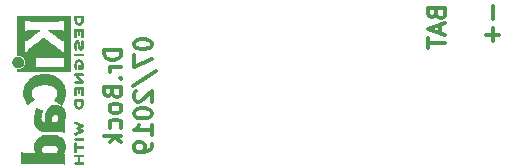
<source format=gbo>
G04 #@! TF.GenerationSoftware,KiCad,Pcbnew,5.1.2-f72e74a~84~ubuntu18.10.1*
G04 #@! TF.CreationDate,2019-07-18T21:48:07+02:00*
G04 #@! TF.ProjectId,esp12-dht22,65737031-322d-4646-9874-32322e6b6963,rev?*
G04 #@! TF.SameCoordinates,PX4129270PY6f2f610*
G04 #@! TF.FileFunction,Legend,Bot*
G04 #@! TF.FilePolarity,Positive*
%FSLAX46Y46*%
G04 Gerber Fmt 4.6, Leading zero omitted, Abs format (unit mm)*
G04 Created by KiCad (PCBNEW 5.1.2-f72e74a~84~ubuntu18.10.1) date 2019-07-18 21:48:07*
%MOMM*%
%LPD*%
G04 APERTURE LIST*
%ADD10C,0.300000*%
%ADD11C,0.010000*%
G04 APERTURE END LIST*
D10*
X41509142Y16486000D02*
X41509142Y15343143D01*
X41509142Y14628858D02*
X41509142Y13486000D01*
X42080571Y14057429D02*
X40937714Y14057429D01*
X36722857Y15839143D02*
X36794285Y15624858D01*
X36865714Y15553429D01*
X37008571Y15482000D01*
X37222857Y15482000D01*
X37365714Y15553429D01*
X37437142Y15624858D01*
X37508571Y15767715D01*
X37508571Y16339143D01*
X36008571Y16339143D01*
X36008571Y15839143D01*
X36080000Y15696286D01*
X36151428Y15624858D01*
X36294285Y15553429D01*
X36437142Y15553429D01*
X36580000Y15624858D01*
X36651428Y15696286D01*
X36722857Y15839143D01*
X36722857Y16339143D01*
X37080000Y14910572D02*
X37080000Y14196286D01*
X37508571Y15053429D02*
X36008571Y14553429D01*
X37508571Y14053429D01*
X36008571Y13767715D02*
X36008571Y12910572D01*
X37508571Y13339143D02*
X36008571Y13339143D01*
X10071571Y12782858D02*
X8571571Y12782858D01*
X8571571Y12425715D01*
X8643000Y12211429D01*
X8785857Y12068572D01*
X8928714Y11997143D01*
X9214428Y11925715D01*
X9428714Y11925715D01*
X9714428Y11997143D01*
X9857285Y12068572D01*
X10000142Y12211429D01*
X10071571Y12425715D01*
X10071571Y12782858D01*
X10071571Y11282858D02*
X9071571Y11282858D01*
X9357285Y11282858D02*
X9214428Y11211429D01*
X9143000Y11140000D01*
X9071571Y10997143D01*
X9071571Y10854286D01*
X9928714Y10354286D02*
X10000142Y10282858D01*
X10071571Y10354286D01*
X10000142Y10425715D01*
X9928714Y10354286D01*
X10071571Y10354286D01*
X9285857Y9140000D02*
X9357285Y8925715D01*
X9428714Y8854286D01*
X9571571Y8782858D01*
X9785857Y8782858D01*
X9928714Y8854286D01*
X10000142Y8925715D01*
X10071571Y9068572D01*
X10071571Y9640000D01*
X8571571Y9640000D01*
X8571571Y9140000D01*
X8643000Y8997143D01*
X8714428Y8925715D01*
X8857285Y8854286D01*
X9000142Y8854286D01*
X9143000Y8925715D01*
X9214428Y8997143D01*
X9285857Y9140000D01*
X9285857Y9640000D01*
X10071571Y7925715D02*
X10000142Y8068572D01*
X9928714Y8140000D01*
X9785857Y8211429D01*
X9357285Y8211429D01*
X9214428Y8140000D01*
X9143000Y8068572D01*
X9071571Y7925715D01*
X9071571Y7711429D01*
X9143000Y7568572D01*
X9214428Y7497143D01*
X9357285Y7425715D01*
X9785857Y7425715D01*
X9928714Y7497143D01*
X10000142Y7568572D01*
X10071571Y7711429D01*
X10071571Y7925715D01*
X10000142Y6140000D02*
X10071571Y6282858D01*
X10071571Y6568572D01*
X10000142Y6711429D01*
X9928714Y6782858D01*
X9785857Y6854286D01*
X9357285Y6854286D01*
X9214428Y6782858D01*
X9143000Y6711429D01*
X9071571Y6568572D01*
X9071571Y6282858D01*
X9143000Y6140000D01*
X10071571Y5497143D02*
X8571571Y5497143D01*
X9500142Y5354286D02*
X10071571Y4925715D01*
X9071571Y4925715D02*
X9643000Y5497143D01*
X11121571Y13318572D02*
X11121571Y13175715D01*
X11193000Y13032858D01*
X11264428Y12961429D01*
X11407285Y12890000D01*
X11693000Y12818572D01*
X12050142Y12818572D01*
X12335857Y12890000D01*
X12478714Y12961429D01*
X12550142Y13032858D01*
X12621571Y13175715D01*
X12621571Y13318572D01*
X12550142Y13461429D01*
X12478714Y13532858D01*
X12335857Y13604286D01*
X12050142Y13675715D01*
X11693000Y13675715D01*
X11407285Y13604286D01*
X11264428Y13532858D01*
X11193000Y13461429D01*
X11121571Y13318572D01*
X11121571Y12318572D02*
X11121571Y11318572D01*
X12621571Y11961429D01*
X11050142Y9675715D02*
X12978714Y10961429D01*
X11264428Y9247143D02*
X11193000Y9175715D01*
X11121571Y9032858D01*
X11121571Y8675715D01*
X11193000Y8532858D01*
X11264428Y8461429D01*
X11407285Y8390000D01*
X11550142Y8390000D01*
X11764428Y8461429D01*
X12621571Y9318572D01*
X12621571Y8390000D01*
X11121571Y7461429D02*
X11121571Y7318572D01*
X11193000Y7175715D01*
X11264428Y7104286D01*
X11407285Y7032858D01*
X11693000Y6961429D01*
X12050142Y6961429D01*
X12335857Y7032858D01*
X12478714Y7104286D01*
X12550142Y7175715D01*
X12621571Y7318572D01*
X12621571Y7461429D01*
X12550142Y7604286D01*
X12478714Y7675715D01*
X12335857Y7747143D01*
X12050142Y7818572D01*
X11693000Y7818572D01*
X11407285Y7747143D01*
X11264428Y7675715D01*
X11193000Y7604286D01*
X11121571Y7461429D01*
X12621571Y5532858D02*
X12621571Y6390000D01*
X12621571Y5961429D02*
X11121571Y5961429D01*
X11335857Y6104286D01*
X11478714Y6247143D01*
X11550142Y6390000D01*
X12621571Y4818572D02*
X12621571Y4532858D01*
X12550142Y4390000D01*
X12478714Y4318572D01*
X12264428Y4175715D01*
X11978714Y4104286D01*
X11407285Y4104286D01*
X11264428Y4175715D01*
X11193000Y4247143D01*
X11121571Y4390000D01*
X11121571Y4675715D01*
X11193000Y4818572D01*
X11264428Y4890000D01*
X11407285Y4961429D01*
X11764428Y4961429D01*
X11907285Y4890000D01*
X11978714Y4818572D01*
X12050142Y4675715D01*
X12050142Y4390000D01*
X11978714Y4247143D01*
X11907285Y4175715D01*
X11764428Y4104286D01*
D11*
G36*
X6084533Y3169177D02*
G01*
X6106776Y3137798D01*
X6134485Y3110089D01*
X6443920Y3110089D01*
X6535799Y3110162D01*
X6607840Y3110505D01*
X6662780Y3111308D01*
X6703360Y3112759D01*
X6732317Y3115048D01*
X6752391Y3118364D01*
X6766321Y3122895D01*
X6776845Y3128831D01*
X6783100Y3133486D01*
X6807673Y3164217D01*
X6810341Y3199504D01*
X6795271Y3231755D01*
X6786374Y3242412D01*
X6774557Y3249536D01*
X6755526Y3253833D01*
X6724992Y3256009D01*
X6678662Y3256772D01*
X6642871Y3256845D01*
X6508045Y3256845D01*
X6508045Y3753556D01*
X6630700Y3753556D01*
X6686787Y3754069D01*
X6725333Y3756124D01*
X6751361Y3760492D01*
X6769897Y3767944D01*
X6783100Y3776953D01*
X6807604Y3807856D01*
X6810506Y3842804D01*
X6793089Y3876262D01*
X6783959Y3885396D01*
X6771855Y3891848D01*
X6753001Y3896103D01*
X6723620Y3898648D01*
X6679937Y3899971D01*
X6618175Y3900557D01*
X6604000Y3900625D01*
X6487631Y3901109D01*
X6391727Y3901359D01*
X6314177Y3901277D01*
X6252869Y3900769D01*
X6205690Y3899738D01*
X6170530Y3898087D01*
X6145276Y3895721D01*
X6127817Y3892543D01*
X6116041Y3888456D01*
X6107835Y3883366D01*
X6101645Y3877734D01*
X6081844Y3845872D01*
X6084533Y3812643D01*
X6106776Y3781265D01*
X6121126Y3768567D01*
X6136978Y3760474D01*
X6159554Y3755958D01*
X6194078Y3753994D01*
X6245776Y3753556D01*
X6361289Y3753556D01*
X6361289Y3256845D01*
X6242756Y3256845D01*
X6188148Y3256338D01*
X6151275Y3254302D01*
X6127307Y3249965D01*
X6111415Y3242553D01*
X6101645Y3234267D01*
X6081844Y3202406D01*
X6084533Y3169177D01*
X6084533Y3169177D01*
G37*
X6084533Y3169177D02*
X6106776Y3137798D01*
X6134485Y3110089D01*
X6443920Y3110089D01*
X6535799Y3110162D01*
X6607840Y3110505D01*
X6662780Y3111308D01*
X6703360Y3112759D01*
X6732317Y3115048D01*
X6752391Y3118364D01*
X6766321Y3122895D01*
X6776845Y3128831D01*
X6783100Y3133486D01*
X6807673Y3164217D01*
X6810341Y3199504D01*
X6795271Y3231755D01*
X6786374Y3242412D01*
X6774557Y3249536D01*
X6755526Y3253833D01*
X6724992Y3256009D01*
X6678662Y3256772D01*
X6642871Y3256845D01*
X6508045Y3256845D01*
X6508045Y3753556D01*
X6630700Y3753556D01*
X6686787Y3754069D01*
X6725333Y3756124D01*
X6751361Y3760492D01*
X6769897Y3767944D01*
X6783100Y3776953D01*
X6807604Y3807856D01*
X6810506Y3842804D01*
X6793089Y3876262D01*
X6783959Y3885396D01*
X6771855Y3891848D01*
X6753001Y3896103D01*
X6723620Y3898648D01*
X6679937Y3899971D01*
X6618175Y3900557D01*
X6604000Y3900625D01*
X6487631Y3901109D01*
X6391727Y3901359D01*
X6314177Y3901277D01*
X6252869Y3900769D01*
X6205690Y3899738D01*
X6170530Y3898087D01*
X6145276Y3895721D01*
X6127817Y3892543D01*
X6116041Y3888456D01*
X6107835Y3883366D01*
X6101645Y3877734D01*
X6081844Y3845872D01*
X6084533Y3812643D01*
X6106776Y3781265D01*
X6121126Y3768567D01*
X6136978Y3760474D01*
X6159554Y3755958D01*
X6194078Y3753994D01*
X6245776Y3753556D01*
X6361289Y3753556D01*
X6361289Y3256845D01*
X6242756Y3256845D01*
X6188148Y3256338D01*
X6151275Y3254302D01*
X6127307Y3249965D01*
X6111415Y3242553D01*
X6101645Y3234267D01*
X6081844Y3202406D01*
X6084533Y3169177D01*
G36*
X6079163Y4434935D02*
G01*
X6079542Y4356228D01*
X6080333Y4295137D01*
X6081670Y4249183D01*
X6083683Y4215886D01*
X6086506Y4192764D01*
X6090269Y4177338D01*
X6095105Y4167129D01*
X6098822Y4162187D01*
X6131358Y4136543D01*
X6165138Y4133441D01*
X6195826Y4149289D01*
X6208089Y4159652D01*
X6216450Y4170804D01*
X6221657Y4186965D01*
X6224457Y4212358D01*
X6225596Y4251202D01*
X6225821Y4307720D01*
X6225822Y4318820D01*
X6225822Y4464756D01*
X6496756Y4464756D01*
X6582154Y4464852D01*
X6647864Y4465289D01*
X6696774Y4466288D01*
X6731773Y4468072D01*
X6755749Y4470863D01*
X6771593Y4474883D01*
X6782191Y4480355D01*
X6790267Y4487334D01*
X6810112Y4520266D01*
X6808548Y4554646D01*
X6785906Y4585824D01*
X6783100Y4588114D01*
X6772492Y4595571D01*
X6760081Y4601253D01*
X6742850Y4605399D01*
X6717784Y4608250D01*
X6681867Y4610046D01*
X6632083Y4611028D01*
X6565417Y4611436D01*
X6489589Y4611511D01*
X6225822Y4611511D01*
X6225822Y4750873D01*
X6225418Y4810678D01*
X6223840Y4852082D01*
X6220547Y4879252D01*
X6214992Y4896354D01*
X6206631Y4907557D01*
X6205178Y4908917D01*
X6171939Y4925275D01*
X6134362Y4923828D01*
X6101645Y4905022D01*
X6095298Y4897750D01*
X6090266Y4888373D01*
X6086396Y4874391D01*
X6083537Y4853304D01*
X6081535Y4822611D01*
X6080239Y4779811D01*
X6079498Y4722405D01*
X6079158Y4647890D01*
X6079068Y4553767D01*
X6079067Y4533740D01*
X6079163Y4434935D01*
X6079163Y4434935D01*
G37*
X6079163Y4434935D02*
X6079542Y4356228D01*
X6080333Y4295137D01*
X6081670Y4249183D01*
X6083683Y4215886D01*
X6086506Y4192764D01*
X6090269Y4177338D01*
X6095105Y4167129D01*
X6098822Y4162187D01*
X6131358Y4136543D01*
X6165138Y4133441D01*
X6195826Y4149289D01*
X6208089Y4159652D01*
X6216450Y4170804D01*
X6221657Y4186965D01*
X6224457Y4212358D01*
X6225596Y4251202D01*
X6225821Y4307720D01*
X6225822Y4318820D01*
X6225822Y4464756D01*
X6496756Y4464756D01*
X6582154Y4464852D01*
X6647864Y4465289D01*
X6696774Y4466288D01*
X6731773Y4468072D01*
X6755749Y4470863D01*
X6771593Y4474883D01*
X6782191Y4480355D01*
X6790267Y4487334D01*
X6810112Y4520266D01*
X6808548Y4554646D01*
X6785906Y4585824D01*
X6783100Y4588114D01*
X6772492Y4595571D01*
X6760081Y4601253D01*
X6742850Y4605399D01*
X6717784Y4608250D01*
X6681867Y4610046D01*
X6632083Y4611028D01*
X6565417Y4611436D01*
X6489589Y4611511D01*
X6225822Y4611511D01*
X6225822Y4750873D01*
X6225418Y4810678D01*
X6223840Y4852082D01*
X6220547Y4879252D01*
X6214992Y4896354D01*
X6206631Y4907557D01*
X6205178Y4908917D01*
X6171939Y4925275D01*
X6134362Y4923828D01*
X6101645Y4905022D01*
X6095298Y4897750D01*
X6090266Y4888373D01*
X6086396Y4874391D01*
X6083537Y4853304D01*
X6081535Y4822611D01*
X6080239Y4779811D01*
X6079498Y4722405D01*
X6079158Y4647890D01*
X6079068Y4553767D01*
X6079067Y4533740D01*
X6079163Y4434935D01*
G36*
X6085877Y5209386D02*
G01*
X6100647Y5185673D01*
X6122227Y5159022D01*
X6443773Y5159022D01*
X6537830Y5159107D01*
X6611932Y5159471D01*
X6668704Y5160276D01*
X6710768Y5161687D01*
X6740748Y5163867D01*
X6761267Y5166979D01*
X6774949Y5171186D01*
X6784416Y5176652D01*
X6789082Y5180528D01*
X6809575Y5211966D01*
X6808739Y5247767D01*
X6791264Y5279127D01*
X6769684Y5305778D01*
X6122227Y5305778D01*
X6100647Y5279127D01*
X6084949Y5253406D01*
X6079067Y5232400D01*
X6085877Y5209386D01*
X6085877Y5209386D01*
G37*
X6085877Y5209386D02*
X6100647Y5185673D01*
X6122227Y5159022D01*
X6443773Y5159022D01*
X6537830Y5159107D01*
X6611932Y5159471D01*
X6668704Y5160276D01*
X6710768Y5161687D01*
X6740748Y5163867D01*
X6761267Y5166979D01*
X6774949Y5171186D01*
X6784416Y5176652D01*
X6789082Y5180528D01*
X6809575Y5211966D01*
X6808739Y5247767D01*
X6791264Y5279127D01*
X6769684Y5305778D01*
X6122227Y5305778D01*
X6100647Y5279127D01*
X6084949Y5253406D01*
X6079067Y5232400D01*
X6085877Y5209386D01*
G36*
X6081034Y5653335D02*
G01*
X6088035Y5633745D01*
X6088377Y5632990D01*
X6108678Y5606387D01*
X6129561Y5591730D01*
X6139352Y5588862D01*
X6152361Y5589004D01*
X6170895Y5593039D01*
X6197257Y5601854D01*
X6233752Y5616331D01*
X6282687Y5637355D01*
X6346365Y5665812D01*
X6427093Y5702585D01*
X6471216Y5722825D01*
X6549985Y5759375D01*
X6622423Y5793685D01*
X6685880Y5824448D01*
X6737708Y5850352D01*
X6775259Y5870090D01*
X6795884Y5882350D01*
X6798733Y5884776D01*
X6811302Y5915817D01*
X6809619Y5950879D01*
X6794332Y5979000D01*
X6793089Y5980146D01*
X6776154Y5991332D01*
X6743170Y6010096D01*
X6698380Y6034125D01*
X6646032Y6061103D01*
X6626742Y6070799D01*
X6480150Y6143986D01*
X6639393Y6223760D01*
X6694415Y6252233D01*
X6742132Y6278650D01*
X6778893Y6300852D01*
X6801044Y6316681D01*
X6805741Y6322046D01*
X6812102Y6363743D01*
X6798733Y6398151D01*
X6784446Y6408272D01*
X6752692Y6425786D01*
X6706597Y6449265D01*
X6649285Y6477280D01*
X6583880Y6508401D01*
X6513507Y6541201D01*
X6441291Y6574250D01*
X6370355Y6606119D01*
X6303825Y6635381D01*
X6244826Y6660605D01*
X6196481Y6680364D01*
X6161915Y6693228D01*
X6144253Y6697769D01*
X6143613Y6697723D01*
X6121388Y6686674D01*
X6098753Y6664590D01*
X6097768Y6663290D01*
X6082425Y6636147D01*
X6082574Y6611042D01*
X6085466Y6601632D01*
X6091718Y6590166D01*
X6104014Y6577990D01*
X6124908Y6563643D01*
X6156949Y6545664D01*
X6202688Y6522593D01*
X6264677Y6492970D01*
X6321898Y6466255D01*
X6388226Y6435520D01*
X6447874Y6407979D01*
X6497725Y6385062D01*
X6534664Y6368202D01*
X6555573Y6358827D01*
X6558845Y6357460D01*
X6553497Y6351311D01*
X6531109Y6337178D01*
X6494946Y6316943D01*
X6448277Y6292485D01*
X6429022Y6282752D01*
X6364004Y6249783D01*
X6316654Y6224357D01*
X6284219Y6204388D01*
X6263946Y6187790D01*
X6253082Y6172476D01*
X6248875Y6156360D01*
X6248400Y6145857D01*
X6250042Y6127330D01*
X6256831Y6111096D01*
X6271566Y6094965D01*
X6297044Y6076749D01*
X6336061Y6054261D01*
X6391414Y6025311D01*
X6422903Y6009338D01*
X6473087Y5983430D01*
X6514704Y5960833D01*
X6544242Y5943542D01*
X6558189Y5933550D01*
X6558770Y5932191D01*
X6547793Y5925739D01*
X6519290Y5911292D01*
X6476244Y5890297D01*
X6421638Y5864203D01*
X6358454Y5834454D01*
X6327071Y5819820D01*
X6246078Y5781750D01*
X6183756Y5751095D01*
X6138071Y5726263D01*
X6106989Y5705663D01*
X6088478Y5687702D01*
X6080504Y5670790D01*
X6081034Y5653335D01*
X6081034Y5653335D01*
G37*
X6081034Y5653335D02*
X6088035Y5633745D01*
X6088377Y5632990D01*
X6108678Y5606387D01*
X6129561Y5591730D01*
X6139352Y5588862D01*
X6152361Y5589004D01*
X6170895Y5593039D01*
X6197257Y5601854D01*
X6233752Y5616331D01*
X6282687Y5637355D01*
X6346365Y5665812D01*
X6427093Y5702585D01*
X6471216Y5722825D01*
X6549985Y5759375D01*
X6622423Y5793685D01*
X6685880Y5824448D01*
X6737708Y5850352D01*
X6775259Y5870090D01*
X6795884Y5882350D01*
X6798733Y5884776D01*
X6811302Y5915817D01*
X6809619Y5950879D01*
X6794332Y5979000D01*
X6793089Y5980146D01*
X6776154Y5991332D01*
X6743170Y6010096D01*
X6698380Y6034125D01*
X6646032Y6061103D01*
X6626742Y6070799D01*
X6480150Y6143986D01*
X6639393Y6223760D01*
X6694415Y6252233D01*
X6742132Y6278650D01*
X6778893Y6300852D01*
X6801044Y6316681D01*
X6805741Y6322046D01*
X6812102Y6363743D01*
X6798733Y6398151D01*
X6784446Y6408272D01*
X6752692Y6425786D01*
X6706597Y6449265D01*
X6649285Y6477280D01*
X6583880Y6508401D01*
X6513507Y6541201D01*
X6441291Y6574250D01*
X6370355Y6606119D01*
X6303825Y6635381D01*
X6244826Y6660605D01*
X6196481Y6680364D01*
X6161915Y6693228D01*
X6144253Y6697769D01*
X6143613Y6697723D01*
X6121388Y6686674D01*
X6098753Y6664590D01*
X6097768Y6663290D01*
X6082425Y6636147D01*
X6082574Y6611042D01*
X6085466Y6601632D01*
X6091718Y6590166D01*
X6104014Y6577990D01*
X6124908Y6563643D01*
X6156949Y6545664D01*
X6202688Y6522593D01*
X6264677Y6492970D01*
X6321898Y6466255D01*
X6388226Y6435520D01*
X6447874Y6407979D01*
X6497725Y6385062D01*
X6534664Y6368202D01*
X6555573Y6358827D01*
X6558845Y6357460D01*
X6553497Y6351311D01*
X6531109Y6337178D01*
X6494946Y6316943D01*
X6448277Y6292485D01*
X6429022Y6282752D01*
X6364004Y6249783D01*
X6316654Y6224357D01*
X6284219Y6204388D01*
X6263946Y6187790D01*
X6253082Y6172476D01*
X6248875Y6156360D01*
X6248400Y6145857D01*
X6250042Y6127330D01*
X6256831Y6111096D01*
X6271566Y6094965D01*
X6297044Y6076749D01*
X6336061Y6054261D01*
X6391414Y6025311D01*
X6422903Y6009338D01*
X6473087Y5983430D01*
X6514704Y5960833D01*
X6544242Y5943542D01*
X6558189Y5933550D01*
X6558770Y5932191D01*
X6547793Y5925739D01*
X6519290Y5911292D01*
X6476244Y5890297D01*
X6421638Y5864203D01*
X6358454Y5834454D01*
X6327071Y5819820D01*
X6246078Y5781750D01*
X6183756Y5751095D01*
X6138071Y5726263D01*
X6106989Y5705663D01*
X6088478Y5687702D01*
X6080504Y5670790D01*
X6081034Y5653335D01*
G36*
X6079275Y8379691D02*
G01*
X6083636Y8250712D01*
X6096861Y8141009D01*
X6119741Y8048774D01*
X6153070Y7972198D01*
X6197638Y7909473D01*
X6254236Y7858788D01*
X6323658Y7818337D01*
X6325351Y7817541D01*
X6387483Y7793399D01*
X6442509Y7784797D01*
X6497887Y7791769D01*
X6561073Y7814346D01*
X6570689Y7818628D01*
X6626966Y7847828D01*
X6670451Y7880644D01*
X6707417Y7922998D01*
X6744135Y7980810D01*
X6746052Y7984169D01*
X6770227Y8034496D01*
X6788282Y8091379D01*
X6800839Y8158473D01*
X6808522Y8239435D01*
X6811953Y8337918D01*
X6812251Y8372714D01*
X6812845Y8538406D01*
X6783100Y8561803D01*
X6773319Y8568743D01*
X6761897Y8574158D01*
X6746095Y8578235D01*
X6723175Y8581163D01*
X6690396Y8583133D01*
X6666089Y8583775D01*
X6666089Y8427156D01*
X6666089Y8333274D01*
X6664483Y8278336D01*
X6660255Y8221940D01*
X6654292Y8175655D01*
X6653790Y8172861D01*
X6631736Y8090652D01*
X6598600Y8026886D01*
X6552847Y7979548D01*
X6492939Y7946618D01*
X6477061Y7940892D01*
X6452333Y7935279D01*
X6427902Y7937709D01*
X6395400Y7949533D01*
X6379434Y7956660D01*
X6337006Y7980000D01*
X6307240Y8008120D01*
X6286511Y8039060D01*
X6259537Y8101034D01*
X6239998Y8180349D01*
X6228746Y8272747D01*
X6226270Y8339667D01*
X6225822Y8427156D01*
X6666089Y8427156D01*
X6666089Y8583775D01*
X6645021Y8584332D01*
X6584311Y8584950D01*
X6505526Y8585175D01*
X6443920Y8585200D01*
X6134485Y8585200D01*
X6106776Y8557491D01*
X6095544Y8545194D01*
X6087853Y8531897D01*
X6083040Y8513328D01*
X6080446Y8485214D01*
X6079410Y8443283D01*
X6079270Y8383263D01*
X6079275Y8379691D01*
X6079275Y8379691D01*
G37*
X6079275Y8379691D02*
X6083636Y8250712D01*
X6096861Y8141009D01*
X6119741Y8048774D01*
X6153070Y7972198D01*
X6197638Y7909473D01*
X6254236Y7858788D01*
X6323658Y7818337D01*
X6325351Y7817541D01*
X6387483Y7793399D01*
X6442509Y7784797D01*
X6497887Y7791769D01*
X6561073Y7814346D01*
X6570689Y7818628D01*
X6626966Y7847828D01*
X6670451Y7880644D01*
X6707417Y7922998D01*
X6744135Y7980810D01*
X6746052Y7984169D01*
X6770227Y8034496D01*
X6788282Y8091379D01*
X6800839Y8158473D01*
X6808522Y8239435D01*
X6811953Y8337918D01*
X6812251Y8372714D01*
X6812845Y8538406D01*
X6783100Y8561803D01*
X6773319Y8568743D01*
X6761897Y8574158D01*
X6746095Y8578235D01*
X6723175Y8581163D01*
X6690396Y8583133D01*
X6666089Y8583775D01*
X6666089Y8427156D01*
X6666089Y8333274D01*
X6664483Y8278336D01*
X6660255Y8221940D01*
X6654292Y8175655D01*
X6653790Y8172861D01*
X6631736Y8090652D01*
X6598600Y8026886D01*
X6552847Y7979548D01*
X6492939Y7946618D01*
X6477061Y7940892D01*
X6452333Y7935279D01*
X6427902Y7937709D01*
X6395400Y7949533D01*
X6379434Y7956660D01*
X6337006Y7980000D01*
X6307240Y8008120D01*
X6286511Y8039060D01*
X6259537Y8101034D01*
X6239998Y8180349D01*
X6228746Y8272747D01*
X6226270Y8339667D01*
X6225822Y8427156D01*
X6666089Y8427156D01*
X6666089Y8583775D01*
X6645021Y8584332D01*
X6584311Y8584950D01*
X6505526Y8585175D01*
X6443920Y8585200D01*
X6134485Y8585200D01*
X6106776Y8557491D01*
X6095544Y8545194D01*
X6087853Y8531897D01*
X6083040Y8513328D01*
X6080446Y8485214D01*
X6079410Y8443283D01*
X6079270Y8383263D01*
X6079275Y8379691D01*
G36*
X6079260Y9167657D02*
G01*
X6080174Y9091299D01*
X6082311Y9032783D01*
X6086175Y8989745D01*
X6092267Y8959817D01*
X6101090Y8940632D01*
X6113146Y8929824D01*
X6128939Y8925027D01*
X6148970Y8923873D01*
X6151335Y8923867D01*
X6173992Y8924869D01*
X6191503Y8929604D01*
X6204574Y8940667D01*
X6213913Y8960652D01*
X6220227Y8992154D01*
X6224222Y9037768D01*
X6226606Y9100087D01*
X6228086Y9181707D01*
X6228414Y9206723D01*
X6231467Y9448800D01*
X6296378Y9452186D01*
X6361289Y9455571D01*
X6361289Y9287424D01*
X6361531Y9221734D01*
X6362556Y9174828D01*
X6364811Y9142917D01*
X6368742Y9122209D01*
X6374798Y9108916D01*
X6383424Y9099245D01*
X6383493Y9099183D01*
X6417112Y9081644D01*
X6453448Y9082278D01*
X6484423Y9100686D01*
X6487607Y9104329D01*
X6495812Y9117259D01*
X6501521Y9134976D01*
X6505162Y9161430D01*
X6507167Y9200568D01*
X6507964Y9256338D01*
X6508045Y9292006D01*
X6508045Y9454445D01*
X6666089Y9454445D01*
X6666089Y9207839D01*
X6666231Y9126420D01*
X6666814Y9064590D01*
X6668068Y9019363D01*
X6670227Y8987752D01*
X6673523Y8966769D01*
X6678189Y8953427D01*
X6684457Y8944739D01*
X6686733Y8942550D01*
X6718280Y8926386D01*
X6754168Y8925203D01*
X6785285Y8938464D01*
X6795271Y8948957D01*
X6800769Y8959871D01*
X6805022Y8976783D01*
X6808180Y9002367D01*
X6810392Y9039299D01*
X6811806Y9090254D01*
X6812572Y9157906D01*
X6812838Y9244931D01*
X6812845Y9264606D01*
X6812787Y9353089D01*
X6812467Y9421773D01*
X6811667Y9473436D01*
X6810167Y9510855D01*
X6807749Y9536810D01*
X6804194Y9554078D01*
X6799282Y9565438D01*
X6792795Y9573668D01*
X6788138Y9578183D01*
X6779889Y9584979D01*
X6769669Y9590288D01*
X6754800Y9594294D01*
X6732602Y9597179D01*
X6700393Y9599126D01*
X6655496Y9600319D01*
X6595228Y9600939D01*
X6516911Y9601171D01*
X6450994Y9601200D01*
X6358628Y9601129D01*
X6286117Y9600792D01*
X6230737Y9600002D01*
X6189765Y9598574D01*
X6160478Y9596321D01*
X6140153Y9593057D01*
X6126066Y9588596D01*
X6115495Y9582752D01*
X6108811Y9577803D01*
X6079067Y9554406D01*
X6079067Y9264226D01*
X6079260Y9167657D01*
X6079260Y9167657D01*
G37*
X6079260Y9167657D02*
X6080174Y9091299D01*
X6082311Y9032783D01*
X6086175Y8989745D01*
X6092267Y8959817D01*
X6101090Y8940632D01*
X6113146Y8929824D01*
X6128939Y8925027D01*
X6148970Y8923873D01*
X6151335Y8923867D01*
X6173992Y8924869D01*
X6191503Y8929604D01*
X6204574Y8940667D01*
X6213913Y8960652D01*
X6220227Y8992154D01*
X6224222Y9037768D01*
X6226606Y9100087D01*
X6228086Y9181707D01*
X6228414Y9206723D01*
X6231467Y9448800D01*
X6296378Y9452186D01*
X6361289Y9455571D01*
X6361289Y9287424D01*
X6361531Y9221734D01*
X6362556Y9174828D01*
X6364811Y9142917D01*
X6368742Y9122209D01*
X6374798Y9108916D01*
X6383424Y9099245D01*
X6383493Y9099183D01*
X6417112Y9081644D01*
X6453448Y9082278D01*
X6484423Y9100686D01*
X6487607Y9104329D01*
X6495812Y9117259D01*
X6501521Y9134976D01*
X6505162Y9161430D01*
X6507167Y9200568D01*
X6507964Y9256338D01*
X6508045Y9292006D01*
X6508045Y9454445D01*
X6666089Y9454445D01*
X6666089Y9207839D01*
X6666231Y9126420D01*
X6666814Y9064590D01*
X6668068Y9019363D01*
X6670227Y8987752D01*
X6673523Y8966769D01*
X6678189Y8953427D01*
X6684457Y8944739D01*
X6686733Y8942550D01*
X6718280Y8926386D01*
X6754168Y8925203D01*
X6785285Y8938464D01*
X6795271Y8948957D01*
X6800769Y8959871D01*
X6805022Y8976783D01*
X6808180Y9002367D01*
X6810392Y9039299D01*
X6811806Y9090254D01*
X6812572Y9157906D01*
X6812838Y9244931D01*
X6812845Y9264606D01*
X6812787Y9353089D01*
X6812467Y9421773D01*
X6811667Y9473436D01*
X6810167Y9510855D01*
X6807749Y9536810D01*
X6804194Y9554078D01*
X6799282Y9565438D01*
X6792795Y9573668D01*
X6788138Y9578183D01*
X6779889Y9584979D01*
X6769669Y9590288D01*
X6754800Y9594294D01*
X6732602Y9597179D01*
X6700393Y9599126D01*
X6655496Y9600319D01*
X6595228Y9600939D01*
X6516911Y9601171D01*
X6450994Y9601200D01*
X6358628Y9601129D01*
X6286117Y9600792D01*
X6230737Y9600002D01*
X6189765Y9598574D01*
X6160478Y9596321D01*
X6140153Y9593057D01*
X6126066Y9588596D01*
X6115495Y9582752D01*
X6108811Y9577803D01*
X6079067Y9554406D01*
X6079067Y9264226D01*
X6079260Y9167657D01*
G36*
X6083448Y10698114D02*
G01*
X6097273Y10674548D01*
X6119881Y10643735D01*
X6152338Y10604078D01*
X6195708Y10553980D01*
X6251058Y10491843D01*
X6319451Y10416072D01*
X6398084Y10329334D01*
X6561878Y10148711D01*
X6342029Y10143067D01*
X6266351Y10141029D01*
X6209994Y10139063D01*
X6169706Y10136734D01*
X6142235Y10133606D01*
X6124329Y10129245D01*
X6112737Y10123216D01*
X6104208Y10115084D01*
X6100623Y10110772D01*
X6081670Y10076241D01*
X6084441Y10043383D01*
X6100633Y10017318D01*
X6122199Y9990667D01*
X6437151Y9987352D01*
X6529779Y9986435D01*
X6602544Y9985968D01*
X6658161Y9986113D01*
X6699342Y9987032D01*
X6728803Y9988887D01*
X6749255Y9991839D01*
X6763413Y9996050D01*
X6773991Y10001682D01*
X6782474Y10007927D01*
X6798207Y10021439D01*
X6808636Y10034883D01*
X6812639Y10050124D01*
X6809094Y10069026D01*
X6796879Y10093455D01*
X6774871Y10125273D01*
X6741949Y10166348D01*
X6696991Y10218542D01*
X6638875Y10283722D01*
X6572099Y10357556D01*
X6331458Y10622845D01*
X6550589Y10628489D01*
X6626128Y10630531D01*
X6682354Y10632502D01*
X6722524Y10634839D01*
X6749896Y10637981D01*
X6767728Y10642364D01*
X6779279Y10648424D01*
X6787807Y10656600D01*
X6791282Y10660784D01*
X6810372Y10697765D01*
X6807493Y10732708D01*
X6783100Y10763136D01*
X6773286Y10770097D01*
X6761826Y10775523D01*
X6745968Y10779603D01*
X6722963Y10782529D01*
X6690062Y10784492D01*
X6644516Y10785683D01*
X6583573Y10786292D01*
X6504486Y10786511D01*
X6445956Y10786534D01*
X6354407Y10786460D01*
X6282687Y10786113D01*
X6228045Y10785301D01*
X6187732Y10783833D01*
X6158998Y10781519D01*
X6139093Y10778167D01*
X6125268Y10773588D01*
X6114772Y10767589D01*
X6108811Y10763136D01*
X6094691Y10751850D01*
X6084029Y10741301D01*
X6077892Y10729893D01*
X6077343Y10716030D01*
X6083448Y10698114D01*
X6083448Y10698114D01*
G37*
X6083448Y10698114D02*
X6097273Y10674548D01*
X6119881Y10643735D01*
X6152338Y10604078D01*
X6195708Y10553980D01*
X6251058Y10491843D01*
X6319451Y10416072D01*
X6398084Y10329334D01*
X6561878Y10148711D01*
X6342029Y10143067D01*
X6266351Y10141029D01*
X6209994Y10139063D01*
X6169706Y10136734D01*
X6142235Y10133606D01*
X6124329Y10129245D01*
X6112737Y10123216D01*
X6104208Y10115084D01*
X6100623Y10110772D01*
X6081670Y10076241D01*
X6084441Y10043383D01*
X6100633Y10017318D01*
X6122199Y9990667D01*
X6437151Y9987352D01*
X6529779Y9986435D01*
X6602544Y9985968D01*
X6658161Y9986113D01*
X6699342Y9987032D01*
X6728803Y9988887D01*
X6749255Y9991839D01*
X6763413Y9996050D01*
X6773991Y10001682D01*
X6782474Y10007927D01*
X6798207Y10021439D01*
X6808636Y10034883D01*
X6812639Y10050124D01*
X6809094Y10069026D01*
X6796879Y10093455D01*
X6774871Y10125273D01*
X6741949Y10166348D01*
X6696991Y10218542D01*
X6638875Y10283722D01*
X6572099Y10357556D01*
X6331458Y10622845D01*
X6550589Y10628489D01*
X6626128Y10630531D01*
X6682354Y10632502D01*
X6722524Y10634839D01*
X6749896Y10637981D01*
X6767728Y10642364D01*
X6779279Y10648424D01*
X6787807Y10656600D01*
X6791282Y10660784D01*
X6810372Y10697765D01*
X6807493Y10732708D01*
X6783100Y10763136D01*
X6773286Y10770097D01*
X6761826Y10775523D01*
X6745968Y10779603D01*
X6722963Y10782529D01*
X6690062Y10784492D01*
X6644516Y10785683D01*
X6583573Y10786292D01*
X6504486Y10786511D01*
X6445956Y10786534D01*
X6354407Y10786460D01*
X6282687Y10786113D01*
X6228045Y10785301D01*
X6187732Y10783833D01*
X6158998Y10781519D01*
X6139093Y10778167D01*
X6125268Y10773588D01*
X6114772Y10767589D01*
X6108811Y10763136D01*
X6094691Y10751850D01*
X6084029Y10741301D01*
X6077892Y10729893D01*
X6077343Y10716030D01*
X6083448Y10698114D01*
G36*
X6084599Y11348081D02*
G01*
X6096095Y11279565D01*
X6113967Y11226943D01*
X6137499Y11192708D01*
X6150924Y11183379D01*
X6182148Y11173893D01*
X6210395Y11180277D01*
X6237182Y11200430D01*
X6249713Y11231745D01*
X6248696Y11277183D01*
X6241906Y11312326D01*
X6228971Y11390419D01*
X6227742Y11470226D01*
X6238241Y11559555D01*
X6242690Y11584229D01*
X6266108Y11667291D01*
X6300945Y11732273D01*
X6346604Y11778461D01*
X6402494Y11805145D01*
X6431388Y11810663D01*
X6490012Y11807051D01*
X6541879Y11783729D01*
X6585978Y11742824D01*
X6621299Y11686459D01*
X6646829Y11616760D01*
X6661559Y11535852D01*
X6664478Y11445860D01*
X6654575Y11348910D01*
X6653641Y11343436D01*
X6646459Y11304875D01*
X6639521Y11283494D01*
X6629227Y11274227D01*
X6611976Y11272006D01*
X6602841Y11271956D01*
X6564489Y11271956D01*
X6564489Y11340431D01*
X6560347Y11400900D01*
X6547147Y11442165D01*
X6523730Y11466175D01*
X6488936Y11474877D01*
X6484394Y11474983D01*
X6454654Y11469892D01*
X6433419Y11452433D01*
X6419366Y11419939D01*
X6411173Y11369743D01*
X6408161Y11321123D01*
X6406433Y11250456D01*
X6409070Y11199198D01*
X6418800Y11164239D01*
X6438353Y11142470D01*
X6470456Y11130780D01*
X6517838Y11126060D01*
X6580071Y11125200D01*
X6649535Y11126609D01*
X6696786Y11130848D01*
X6722012Y11137936D01*
X6723988Y11139311D01*
X6755508Y11178228D01*
X6780470Y11235286D01*
X6798340Y11306869D01*
X6808586Y11389358D01*
X6810673Y11479139D01*
X6804068Y11572592D01*
X6795956Y11627556D01*
X6771554Y11713766D01*
X6731662Y11793892D01*
X6679887Y11860977D01*
X6669539Y11871173D01*
X6626035Y11904302D01*
X6572118Y11934194D01*
X6515592Y11957357D01*
X6464259Y11970298D01*
X6444544Y11971858D01*
X6403419Y11965218D01*
X6352252Y11947568D01*
X6298394Y11922297D01*
X6249195Y11892789D01*
X6216334Y11866719D01*
X6167452Y11805765D01*
X6128545Y11726969D01*
X6100494Y11633157D01*
X6084179Y11527150D01*
X6080192Y11430000D01*
X6084599Y11348081D01*
X6084599Y11348081D01*
G37*
X6084599Y11348081D02*
X6096095Y11279565D01*
X6113967Y11226943D01*
X6137499Y11192708D01*
X6150924Y11183379D01*
X6182148Y11173893D01*
X6210395Y11180277D01*
X6237182Y11200430D01*
X6249713Y11231745D01*
X6248696Y11277183D01*
X6241906Y11312326D01*
X6228971Y11390419D01*
X6227742Y11470226D01*
X6238241Y11559555D01*
X6242690Y11584229D01*
X6266108Y11667291D01*
X6300945Y11732273D01*
X6346604Y11778461D01*
X6402494Y11805145D01*
X6431388Y11810663D01*
X6490012Y11807051D01*
X6541879Y11783729D01*
X6585978Y11742824D01*
X6621299Y11686459D01*
X6646829Y11616760D01*
X6661559Y11535852D01*
X6664478Y11445860D01*
X6654575Y11348910D01*
X6653641Y11343436D01*
X6646459Y11304875D01*
X6639521Y11283494D01*
X6629227Y11274227D01*
X6611976Y11272006D01*
X6602841Y11271956D01*
X6564489Y11271956D01*
X6564489Y11340431D01*
X6560347Y11400900D01*
X6547147Y11442165D01*
X6523730Y11466175D01*
X6488936Y11474877D01*
X6484394Y11474983D01*
X6454654Y11469892D01*
X6433419Y11452433D01*
X6419366Y11419939D01*
X6411173Y11369743D01*
X6408161Y11321123D01*
X6406433Y11250456D01*
X6409070Y11199198D01*
X6418800Y11164239D01*
X6438353Y11142470D01*
X6470456Y11130780D01*
X6517838Y11126060D01*
X6580071Y11125200D01*
X6649535Y11126609D01*
X6696786Y11130848D01*
X6722012Y11137936D01*
X6723988Y11139311D01*
X6755508Y11178228D01*
X6780470Y11235286D01*
X6798340Y11306869D01*
X6808586Y11389358D01*
X6810673Y11479139D01*
X6804068Y11572592D01*
X6795956Y11627556D01*
X6771554Y11713766D01*
X6731662Y11793892D01*
X6679887Y11860977D01*
X6669539Y11871173D01*
X6626035Y11904302D01*
X6572118Y11934194D01*
X6515592Y11957357D01*
X6464259Y11970298D01*
X6444544Y11971858D01*
X6403419Y11965218D01*
X6352252Y11947568D01*
X6298394Y11922297D01*
X6249195Y11892789D01*
X6216334Y11866719D01*
X6167452Y11805765D01*
X6128545Y11726969D01*
X6100494Y11633157D01*
X6084179Y11527150D01*
X6080192Y11430000D01*
X6084599Y11348081D01*
G36*
X6101645Y12321822D02*
G01*
X6109218Y12315242D01*
X6118987Y12310079D01*
X6133571Y12306164D01*
X6155585Y12303324D01*
X6187648Y12301387D01*
X6232375Y12300183D01*
X6292385Y12299539D01*
X6370294Y12299284D01*
X6445956Y12299245D01*
X6539802Y12299314D01*
X6613689Y12299638D01*
X6670232Y12300386D01*
X6712049Y12301732D01*
X6741757Y12303846D01*
X6761973Y12306900D01*
X6775314Y12311066D01*
X6784398Y12316516D01*
X6790267Y12321822D01*
X6809947Y12354826D01*
X6808181Y12389991D01*
X6786717Y12421455D01*
X6778337Y12428684D01*
X6768614Y12434334D01*
X6754861Y12438599D01*
X6734389Y12441673D01*
X6704512Y12443752D01*
X6662541Y12445030D01*
X6605789Y12445701D01*
X6531567Y12445959D01*
X6447537Y12446000D01*
X6134485Y12446000D01*
X6106776Y12418291D01*
X6083463Y12384137D01*
X6082623Y12351006D01*
X6101645Y12321822D01*
X6101645Y12321822D01*
G37*
X6101645Y12321822D02*
X6109218Y12315242D01*
X6118987Y12310079D01*
X6133571Y12306164D01*
X6155585Y12303324D01*
X6187648Y12301387D01*
X6232375Y12300183D01*
X6292385Y12299539D01*
X6370294Y12299284D01*
X6445956Y12299245D01*
X6539802Y12299314D01*
X6613689Y12299638D01*
X6670232Y12300386D01*
X6712049Y12301732D01*
X6741757Y12303846D01*
X6761973Y12306900D01*
X6775314Y12311066D01*
X6784398Y12316516D01*
X6790267Y12321822D01*
X6809947Y12354826D01*
X6808181Y12389991D01*
X6786717Y12421455D01*
X6778337Y12428684D01*
X6768614Y12434334D01*
X6754861Y12438599D01*
X6734389Y12441673D01*
X6704512Y12443752D01*
X6662541Y12445030D01*
X6605789Y12445701D01*
X6531567Y12445959D01*
X6447537Y12446000D01*
X6134485Y12446000D01*
X6106776Y12418291D01*
X6083463Y12384137D01*
X6082623Y12351006D01*
X6101645Y12321822D01*
G36*
X6080351Y13089703D02*
G01*
X6085581Y13014888D01*
X6093750Y12945306D01*
X6104550Y12885002D01*
X6117673Y12838020D01*
X6132813Y12808406D01*
X6137269Y12803860D01*
X6171850Y12788054D01*
X6207351Y12792847D01*
X6237725Y12817364D01*
X6238596Y12818534D01*
X6247954Y12832954D01*
X6252876Y12848008D01*
X6253473Y12869005D01*
X6249861Y12901257D01*
X6242154Y12950073D01*
X6241505Y12954000D01*
X6232569Y13026739D01*
X6228161Y13105217D01*
X6228119Y13183927D01*
X6232279Y13257361D01*
X6240479Y13320011D01*
X6252557Y13366370D01*
X6253771Y13369416D01*
X6272615Y13403048D01*
X6291685Y13414864D01*
X6310439Y13405614D01*
X6328337Y13376047D01*
X6344837Y13326911D01*
X6359396Y13258957D01*
X6366406Y13213645D01*
X6379889Y13119456D01*
X6392214Y13044544D01*
X6404449Y12985717D01*
X6417661Y12939785D01*
X6432917Y12903555D01*
X6451285Y12873838D01*
X6473831Y12847442D01*
X6495971Y12826230D01*
X6526819Y12801065D01*
X6553345Y12788681D01*
X6586026Y12784808D01*
X6597995Y12784667D01*
X6637712Y12787576D01*
X6667259Y12799202D01*
X6693486Y12819323D01*
X6733576Y12860216D01*
X6764149Y12905817D01*
X6786203Y12959513D01*
X6800735Y13024692D01*
X6808741Y13104744D01*
X6811218Y13203057D01*
X6811177Y13219289D01*
X6809818Y13284849D01*
X6806730Y13349866D01*
X6802356Y13407252D01*
X6797140Y13449922D01*
X6796541Y13453372D01*
X6786491Y13495796D01*
X6773796Y13531780D01*
X6762190Y13552150D01*
X6731572Y13571107D01*
X6695918Y13572427D01*
X6664144Y13556085D01*
X6660551Y13552429D01*
X6649876Y13537315D01*
X6645276Y13518415D01*
X6646059Y13489162D01*
X6650127Y13453651D01*
X6653762Y13413970D01*
X6656828Y13358345D01*
X6659053Y13293406D01*
X6660164Y13225785D01*
X6660237Y13208000D01*
X6659964Y13140128D01*
X6658646Y13090454D01*
X6655827Y13054610D01*
X6651050Y13028224D01*
X6643857Y13006926D01*
X6637867Y12994126D01*
X6621233Y12966000D01*
X6606168Y12948068D01*
X6601897Y12945447D01*
X6584263Y12950976D01*
X6567192Y12977260D01*
X6551458Y13022478D01*
X6537838Y13084808D01*
X6534804Y13103171D01*
X6519738Y13199090D01*
X6507146Y13275641D01*
X6496111Y13335780D01*
X6485720Y13382460D01*
X6475056Y13418637D01*
X6463205Y13447265D01*
X6449251Y13471298D01*
X6432281Y13493692D01*
X6411378Y13517402D01*
X6404049Y13525380D01*
X6376699Y13553353D01*
X6355029Y13568160D01*
X6330232Y13573952D01*
X6298983Y13574889D01*
X6237705Y13564575D01*
X6185640Y13533752D01*
X6142958Y13482595D01*
X6109825Y13411283D01*
X6094964Y13360400D01*
X6085366Y13305100D01*
X6079936Y13238853D01*
X6078367Y13165706D01*
X6080351Y13089703D01*
X6080351Y13089703D01*
G37*
X6080351Y13089703D02*
X6085581Y13014888D01*
X6093750Y12945306D01*
X6104550Y12885002D01*
X6117673Y12838020D01*
X6132813Y12808406D01*
X6137269Y12803860D01*
X6171850Y12788054D01*
X6207351Y12792847D01*
X6237725Y12817364D01*
X6238596Y12818534D01*
X6247954Y12832954D01*
X6252876Y12848008D01*
X6253473Y12869005D01*
X6249861Y12901257D01*
X6242154Y12950073D01*
X6241505Y12954000D01*
X6232569Y13026739D01*
X6228161Y13105217D01*
X6228119Y13183927D01*
X6232279Y13257361D01*
X6240479Y13320011D01*
X6252557Y13366370D01*
X6253771Y13369416D01*
X6272615Y13403048D01*
X6291685Y13414864D01*
X6310439Y13405614D01*
X6328337Y13376047D01*
X6344837Y13326911D01*
X6359396Y13258957D01*
X6366406Y13213645D01*
X6379889Y13119456D01*
X6392214Y13044544D01*
X6404449Y12985717D01*
X6417661Y12939785D01*
X6432917Y12903555D01*
X6451285Y12873838D01*
X6473831Y12847442D01*
X6495971Y12826230D01*
X6526819Y12801065D01*
X6553345Y12788681D01*
X6586026Y12784808D01*
X6597995Y12784667D01*
X6637712Y12787576D01*
X6667259Y12799202D01*
X6693486Y12819323D01*
X6733576Y12860216D01*
X6764149Y12905817D01*
X6786203Y12959513D01*
X6800735Y13024692D01*
X6808741Y13104744D01*
X6811218Y13203057D01*
X6811177Y13219289D01*
X6809818Y13284849D01*
X6806730Y13349866D01*
X6802356Y13407252D01*
X6797140Y13449922D01*
X6796541Y13453372D01*
X6786491Y13495796D01*
X6773796Y13531780D01*
X6762190Y13552150D01*
X6731572Y13571107D01*
X6695918Y13572427D01*
X6664144Y13556085D01*
X6660551Y13552429D01*
X6649876Y13537315D01*
X6645276Y13518415D01*
X6646059Y13489162D01*
X6650127Y13453651D01*
X6653762Y13413970D01*
X6656828Y13358345D01*
X6659053Y13293406D01*
X6660164Y13225785D01*
X6660237Y13208000D01*
X6659964Y13140128D01*
X6658646Y13090454D01*
X6655827Y13054610D01*
X6651050Y13028224D01*
X6643857Y13006926D01*
X6637867Y12994126D01*
X6621233Y12966000D01*
X6606168Y12948068D01*
X6601897Y12945447D01*
X6584263Y12950976D01*
X6567192Y12977260D01*
X6551458Y13022478D01*
X6537838Y13084808D01*
X6534804Y13103171D01*
X6519738Y13199090D01*
X6507146Y13275641D01*
X6496111Y13335780D01*
X6485720Y13382460D01*
X6475056Y13418637D01*
X6463205Y13447265D01*
X6449251Y13471298D01*
X6432281Y13493692D01*
X6411378Y13517402D01*
X6404049Y13525380D01*
X6376699Y13553353D01*
X6355029Y13568160D01*
X6330232Y13573952D01*
X6298983Y13574889D01*
X6237705Y13564575D01*
X6185640Y13533752D01*
X6142958Y13482595D01*
X6109825Y13411283D01*
X6094964Y13360400D01*
X6085366Y13305100D01*
X6079936Y13238853D01*
X6078367Y13165706D01*
X6080351Y13089703D01*
G36*
X6079146Y14110794D02*
G01*
X6079518Y14041386D01*
X6080385Y13988997D01*
X6081946Y13950847D01*
X6084403Y13924159D01*
X6087957Y13906153D01*
X6092810Y13894049D01*
X6099161Y13885069D01*
X6102084Y13881818D01*
X6133142Y13862043D01*
X6168828Y13858482D01*
X6200510Y13871491D01*
X6206913Y13877506D01*
X6213121Y13887235D01*
X6217910Y13902901D01*
X6221514Y13927408D01*
X6224164Y13963661D01*
X6226095Y14014565D01*
X6227539Y14083026D01*
X6228418Y14145617D01*
X6231467Y14393334D01*
X6296378Y14396719D01*
X6361289Y14400105D01*
X6361289Y14231958D01*
X6361919Y14158959D01*
X6364553Y14105517D01*
X6370309Y14068628D01*
X6380304Y14045288D01*
X6395656Y14032494D01*
X6417482Y14027242D01*
X6437738Y14026445D01*
X6462592Y14028923D01*
X6480906Y14038277D01*
X6493637Y14057383D01*
X6501741Y14089118D01*
X6506176Y14136359D01*
X6507899Y14201983D01*
X6508045Y14237801D01*
X6508045Y14398978D01*
X6666089Y14398978D01*
X6666089Y14150622D01*
X6666202Y14069213D01*
X6666712Y14007342D01*
X6667870Y13961968D01*
X6669930Y13930054D01*
X6673146Y13908559D01*
X6677772Y13894443D01*
X6684059Y13884668D01*
X6688667Y13879689D01*
X6715560Y13862610D01*
X6739467Y13857111D01*
X6768667Y13864963D01*
X6790267Y13879689D01*
X6797066Y13887546D01*
X6802346Y13897688D01*
X6806298Y13912844D01*
X6809113Y13935741D01*
X6810982Y13969109D01*
X6812098Y14015675D01*
X6812651Y14078167D01*
X6812833Y14159314D01*
X6812845Y14201422D01*
X6812765Y14291598D01*
X6812398Y14361924D01*
X6811552Y14415129D01*
X6810036Y14453940D01*
X6807659Y14481087D01*
X6804229Y14499298D01*
X6799554Y14511300D01*
X6793444Y14519822D01*
X6790267Y14523156D01*
X6782670Y14529755D01*
X6772870Y14534927D01*
X6758239Y14538846D01*
X6736152Y14541684D01*
X6703982Y14543615D01*
X6659103Y14544812D01*
X6598889Y14545448D01*
X6520713Y14545697D01*
X6447923Y14545734D01*
X6354707Y14545700D01*
X6281431Y14545465D01*
X6225458Y14544830D01*
X6184151Y14543594D01*
X6154872Y14541556D01*
X6134984Y14538517D01*
X6121850Y14534277D01*
X6112832Y14528635D01*
X6105293Y14521391D01*
X6103612Y14519606D01*
X6096172Y14510945D01*
X6090409Y14500882D01*
X6086112Y14486625D01*
X6083064Y14465383D01*
X6081051Y14434364D01*
X6079860Y14390777D01*
X6079275Y14331831D01*
X6079083Y14254734D01*
X6079067Y14200001D01*
X6079146Y14110794D01*
X6079146Y14110794D01*
G37*
X6079146Y14110794D02*
X6079518Y14041386D01*
X6080385Y13988997D01*
X6081946Y13950847D01*
X6084403Y13924159D01*
X6087957Y13906153D01*
X6092810Y13894049D01*
X6099161Y13885069D01*
X6102084Y13881818D01*
X6133142Y13862043D01*
X6168828Y13858482D01*
X6200510Y13871491D01*
X6206913Y13877506D01*
X6213121Y13887235D01*
X6217910Y13902901D01*
X6221514Y13927408D01*
X6224164Y13963661D01*
X6226095Y14014565D01*
X6227539Y14083026D01*
X6228418Y14145617D01*
X6231467Y14393334D01*
X6296378Y14396719D01*
X6361289Y14400105D01*
X6361289Y14231958D01*
X6361919Y14158959D01*
X6364553Y14105517D01*
X6370309Y14068628D01*
X6380304Y14045288D01*
X6395656Y14032494D01*
X6417482Y14027242D01*
X6437738Y14026445D01*
X6462592Y14028923D01*
X6480906Y14038277D01*
X6493637Y14057383D01*
X6501741Y14089118D01*
X6506176Y14136359D01*
X6507899Y14201983D01*
X6508045Y14237801D01*
X6508045Y14398978D01*
X6666089Y14398978D01*
X6666089Y14150622D01*
X6666202Y14069213D01*
X6666712Y14007342D01*
X6667870Y13961968D01*
X6669930Y13930054D01*
X6673146Y13908559D01*
X6677772Y13894443D01*
X6684059Y13884668D01*
X6688667Y13879689D01*
X6715560Y13862610D01*
X6739467Y13857111D01*
X6768667Y13864963D01*
X6790267Y13879689D01*
X6797066Y13887546D01*
X6802346Y13897688D01*
X6806298Y13912844D01*
X6809113Y13935741D01*
X6810982Y13969109D01*
X6812098Y14015675D01*
X6812651Y14078167D01*
X6812833Y14159314D01*
X6812845Y14201422D01*
X6812765Y14291598D01*
X6812398Y14361924D01*
X6811552Y14415129D01*
X6810036Y14453940D01*
X6807659Y14481087D01*
X6804229Y14499298D01*
X6799554Y14511300D01*
X6793444Y14519822D01*
X6790267Y14523156D01*
X6782670Y14529755D01*
X6772870Y14534927D01*
X6758239Y14538846D01*
X6736152Y14541684D01*
X6703982Y14543615D01*
X6659103Y14544812D01*
X6598889Y14545448D01*
X6520713Y14545697D01*
X6447923Y14545734D01*
X6354707Y14545700D01*
X6281431Y14545465D01*
X6225458Y14544830D01*
X6184151Y14543594D01*
X6154872Y14541556D01*
X6134984Y14538517D01*
X6121850Y14534277D01*
X6112832Y14528635D01*
X6105293Y14521391D01*
X6103612Y14519606D01*
X6096172Y14510945D01*
X6090409Y14500882D01*
X6086112Y14486625D01*
X6083064Y14465383D01*
X6081051Y14434364D01*
X6079860Y14390777D01*
X6079275Y14331831D01*
X6079083Y14254734D01*
X6079067Y14200001D01*
X6079146Y14110794D01*
G36*
X6079066Y15519371D02*
G01*
X6079467Y15479889D01*
X6082259Y15364200D01*
X6090550Y15267311D01*
X6105232Y15185919D01*
X6127193Y15116723D01*
X6157322Y15056420D01*
X6196510Y15001708D01*
X6213532Y14982167D01*
X6253363Y14949750D01*
X6307413Y14920520D01*
X6367323Y14897991D01*
X6424739Y14885679D01*
X6445956Y14884400D01*
X6504769Y14892417D01*
X6569013Y14913899D01*
X6629821Y14944999D01*
X6678330Y14981866D01*
X6684182Y14987854D01*
X6725321Y15038579D01*
X6757435Y15094125D01*
X6781365Y15157696D01*
X6797953Y15232494D01*
X6808041Y15321722D01*
X6812469Y15428582D01*
X6812845Y15477528D01*
X6812545Y15539762D01*
X6811292Y15583528D01*
X6808554Y15612931D01*
X6803801Y15632079D01*
X6796501Y15645077D01*
X6790267Y15652045D01*
X6782694Y15658626D01*
X6772924Y15663788D01*
X6758340Y15667703D01*
X6736326Y15670543D01*
X6704264Y15672480D01*
X6659536Y15673684D01*
X6599526Y15674328D01*
X6521617Y15674583D01*
X6445956Y15674622D01*
X6345041Y15674870D01*
X6264427Y15674817D01*
X6225822Y15673857D01*
X6225822Y15527867D01*
X6666089Y15527867D01*
X6666004Y15434734D01*
X6664396Y15378693D01*
X6660256Y15319999D01*
X6654464Y15271028D01*
X6654226Y15269538D01*
X6635090Y15190392D01*
X6605287Y15129002D01*
X6562878Y15082305D01*
X6516961Y15052635D01*
X6466026Y15034353D01*
X6418200Y15035771D01*
X6366933Y15056988D01*
X6313899Y15098489D01*
X6274600Y15155998D01*
X6248331Y15230750D01*
X6239035Y15280708D01*
X6232507Y15337416D01*
X6227782Y15397519D01*
X6225817Y15448639D01*
X6225808Y15451667D01*
X6225822Y15527867D01*
X6225822Y15673857D01*
X6201851Y15673260D01*
X6155055Y15668998D01*
X6121778Y15660830D01*
X6099759Y15647556D01*
X6086739Y15627974D01*
X6080457Y15600883D01*
X6078653Y15565082D01*
X6079066Y15519371D01*
X6079066Y15519371D01*
G37*
X6079066Y15519371D02*
X6079467Y15479889D01*
X6082259Y15364200D01*
X6090550Y15267311D01*
X6105232Y15185919D01*
X6127193Y15116723D01*
X6157322Y15056420D01*
X6196510Y15001708D01*
X6213532Y14982167D01*
X6253363Y14949750D01*
X6307413Y14920520D01*
X6367323Y14897991D01*
X6424739Y14885679D01*
X6445956Y14884400D01*
X6504769Y14892417D01*
X6569013Y14913899D01*
X6629821Y14944999D01*
X6678330Y14981866D01*
X6684182Y14987854D01*
X6725321Y15038579D01*
X6757435Y15094125D01*
X6781365Y15157696D01*
X6797953Y15232494D01*
X6808041Y15321722D01*
X6812469Y15428582D01*
X6812845Y15477528D01*
X6812545Y15539762D01*
X6811292Y15583528D01*
X6808554Y15612931D01*
X6803801Y15632079D01*
X6796501Y15645077D01*
X6790267Y15652045D01*
X6782694Y15658626D01*
X6772924Y15663788D01*
X6758340Y15667703D01*
X6736326Y15670543D01*
X6704264Y15672480D01*
X6659536Y15673684D01*
X6599526Y15674328D01*
X6521617Y15674583D01*
X6445956Y15674622D01*
X6345041Y15674870D01*
X6264427Y15674817D01*
X6225822Y15673857D01*
X6225822Y15527867D01*
X6666089Y15527867D01*
X6666004Y15434734D01*
X6664396Y15378693D01*
X6660256Y15319999D01*
X6654464Y15271028D01*
X6654226Y15269538D01*
X6635090Y15190392D01*
X6605287Y15129002D01*
X6562878Y15082305D01*
X6516961Y15052635D01*
X6466026Y15034353D01*
X6418200Y15035771D01*
X6366933Y15056988D01*
X6313899Y15098489D01*
X6274600Y15155998D01*
X6248331Y15230750D01*
X6239035Y15280708D01*
X6232507Y15337416D01*
X6227782Y15397519D01*
X6225817Y15448639D01*
X6225808Y15451667D01*
X6225822Y15527867D01*
X6225822Y15673857D01*
X6201851Y15673260D01*
X6155055Y15668998D01*
X6121778Y15660830D01*
X6099759Y15647556D01*
X6086739Y15627974D01*
X6080457Y15600883D01*
X6078653Y15565082D01*
X6079066Y15519371D01*
G36*
X836571Y11671043D02*
G01*
X860809Y11574768D01*
X903641Y11488184D01*
X963419Y11413373D01*
X1038494Y11352418D01*
X1127220Y11307399D01*
X1223530Y11281136D01*
X1320795Y11275286D01*
X1414654Y11290140D01*
X1502511Y11323840D01*
X1581770Y11374528D01*
X1649836Y11440345D01*
X1704112Y11519434D01*
X1742002Y11609934D01*
X1754426Y11661200D01*
X1761947Y11705698D01*
X1764919Y11739999D01*
X1763094Y11772960D01*
X1756225Y11813434D01*
X1749250Y11846531D01*
X1717741Y11939947D01*
X1666617Y12023619D01*
X1597429Y12095665D01*
X1511728Y12154200D01*
X1484489Y12168148D01*
X1448122Y12184586D01*
X1417582Y12194894D01*
X1385450Y12200460D01*
X1344307Y12202669D01*
X1298222Y12202948D01*
X1213865Y12198861D01*
X1144586Y12185446D01*
X1083961Y12160256D01*
X1025567Y12120846D01*
X981302Y12082298D01*
X915484Y12010406D01*
X870053Y11935313D01*
X842850Y11852562D01*
X832576Y11774928D01*
X836571Y11671043D01*
X836571Y11671043D01*
G37*
X836571Y11671043D02*
X860809Y11574768D01*
X903641Y11488184D01*
X963419Y11413373D01*
X1038494Y11352418D01*
X1127220Y11307399D01*
X1223530Y11281136D01*
X1320795Y11275286D01*
X1414654Y11290140D01*
X1502511Y11323840D01*
X1581770Y11374528D01*
X1649836Y11440345D01*
X1704112Y11519434D01*
X1742002Y11609934D01*
X1754426Y11661200D01*
X1761947Y11705698D01*
X1764919Y11739999D01*
X1763094Y11772960D01*
X1756225Y11813434D01*
X1749250Y11846531D01*
X1717741Y11939947D01*
X1666617Y12023619D01*
X1597429Y12095665D01*
X1511728Y12154200D01*
X1484489Y12168148D01*
X1448122Y12184586D01*
X1417582Y12194894D01*
X1385450Y12200460D01*
X1344307Y12202669D01*
X1298222Y12202948D01*
X1213865Y12198861D01*
X1144586Y12185446D01*
X1083961Y12160256D01*
X1025567Y12120846D01*
X981302Y12082298D01*
X915484Y12010406D01*
X870053Y11935313D01*
X842850Y11852562D01*
X832576Y11774928D01*
X836571Y11671043D01*
G36*
X3282245Y3211493D02*
G01*
X3516662Y3211474D01*
X3729603Y3211448D01*
X3922168Y3211375D01*
X4095459Y3211218D01*
X4250576Y3210936D01*
X4388620Y3210491D01*
X4510692Y3209844D01*
X4617894Y3208955D01*
X4711326Y3207787D01*
X4792090Y3206299D01*
X4861286Y3204454D01*
X4920015Y3202211D01*
X4969379Y3199531D01*
X5010478Y3196377D01*
X5044413Y3192708D01*
X5072286Y3188487D01*
X5095198Y3183673D01*
X5114249Y3178227D01*
X5130540Y3172112D01*
X5145173Y3165288D01*
X5159249Y3157715D01*
X5173868Y3149355D01*
X5182974Y3144161D01*
X5243689Y3109896D01*
X5243689Y3968045D01*
X5147733Y3968045D01*
X5104370Y3968776D01*
X5071205Y3970728D01*
X5053424Y3973537D01*
X5051778Y3974779D01*
X5058662Y3986201D01*
X5076505Y4008916D01*
X5095879Y4031615D01*
X5136614Y4086200D01*
X5177617Y4155679D01*
X5215123Y4232730D01*
X5245364Y4310035D01*
X5255012Y4340887D01*
X5269578Y4409384D01*
X5279539Y4492236D01*
X5284583Y4581629D01*
X5284396Y4669752D01*
X5278666Y4748793D01*
X5272858Y4786489D01*
X5234797Y4924586D01*
X5177073Y5051887D01*
X5100211Y5167708D01*
X5004739Y5271363D01*
X4891179Y5362167D01*
X4780381Y5428969D01*
X4663625Y5483836D01*
X4544276Y5525837D01*
X4418283Y5555833D01*
X4281594Y5574689D01*
X4130158Y5583268D01*
X4052711Y5583994D01*
X3995934Y5581900D01*
X3995934Y4752783D01*
X4089002Y4752576D01*
X4176692Y4749663D01*
X4253772Y4744000D01*
X4315009Y4735545D01*
X4327350Y4732962D01*
X4434633Y4701160D01*
X4521658Y4659502D01*
X4588642Y4607637D01*
X4635805Y4545219D01*
X4663365Y4471900D01*
X4671541Y4387331D01*
X4660551Y4291165D01*
X4644829Y4227689D01*
X4626639Y4178546D01*
X4600791Y4124417D01*
X4577089Y4083756D01*
X4530721Y4013200D01*
X3380530Y4013200D01*
X3336962Y4080608D01*
X3296040Y4159133D01*
X3269389Y4243319D01*
X3257465Y4328443D01*
X3260722Y4409784D01*
X3279615Y4482620D01*
X3295184Y4514574D01*
X3338181Y4572499D01*
X3394953Y4621456D01*
X3467575Y4662610D01*
X3558121Y4697126D01*
X3668666Y4726167D01*
X3674533Y4727448D01*
X3736788Y4737619D01*
X3814594Y4745261D01*
X3902720Y4750330D01*
X3995934Y4752783D01*
X3995934Y5581900D01*
X3839895Y5576143D01*
X3644059Y5554198D01*
X3465332Y5518214D01*
X3303845Y5468241D01*
X3159726Y5404332D01*
X3033106Y5326538D01*
X2924115Y5234911D01*
X2832883Y5129503D01*
X2801932Y5084338D01*
X2745785Y4983389D01*
X2706174Y4880099D01*
X2682014Y4770011D01*
X2672219Y4648670D01*
X2673265Y4556164D01*
X2684231Y4426510D01*
X2706046Y4313916D01*
X2739714Y4215125D01*
X2786236Y4126879D01*
X2820448Y4078014D01*
X2842362Y4048647D01*
X2857333Y4026957D01*
X2861733Y4018747D01*
X2850904Y4017132D01*
X2820251Y4015841D01*
X2772526Y4014862D01*
X2710479Y4014183D01*
X2636862Y4013790D01*
X2554427Y4013670D01*
X2465925Y4013812D01*
X2374107Y4014203D01*
X2281724Y4014829D01*
X2191528Y4015680D01*
X2106271Y4016740D01*
X2028703Y4017999D01*
X1961576Y4019444D01*
X1907641Y4021062D01*
X1869650Y4022839D01*
X1862667Y4023331D01*
X1792251Y4030908D01*
X1737102Y4042469D01*
X1689981Y4060208D01*
X1643647Y4086318D01*
X1634067Y4092585D01*
X1597378Y4117017D01*
X1597378Y3211689D01*
X3282245Y3211493D01*
X3282245Y3211493D01*
G37*
X3282245Y3211493D02*
X3516662Y3211474D01*
X3729603Y3211448D01*
X3922168Y3211375D01*
X4095459Y3211218D01*
X4250576Y3210936D01*
X4388620Y3210491D01*
X4510692Y3209844D01*
X4617894Y3208955D01*
X4711326Y3207787D01*
X4792090Y3206299D01*
X4861286Y3204454D01*
X4920015Y3202211D01*
X4969379Y3199531D01*
X5010478Y3196377D01*
X5044413Y3192708D01*
X5072286Y3188487D01*
X5095198Y3183673D01*
X5114249Y3178227D01*
X5130540Y3172112D01*
X5145173Y3165288D01*
X5159249Y3157715D01*
X5173868Y3149355D01*
X5182974Y3144161D01*
X5243689Y3109896D01*
X5243689Y3968045D01*
X5147733Y3968045D01*
X5104370Y3968776D01*
X5071205Y3970728D01*
X5053424Y3973537D01*
X5051778Y3974779D01*
X5058662Y3986201D01*
X5076505Y4008916D01*
X5095879Y4031615D01*
X5136614Y4086200D01*
X5177617Y4155679D01*
X5215123Y4232730D01*
X5245364Y4310035D01*
X5255012Y4340887D01*
X5269578Y4409384D01*
X5279539Y4492236D01*
X5284583Y4581629D01*
X5284396Y4669752D01*
X5278666Y4748793D01*
X5272858Y4786489D01*
X5234797Y4924586D01*
X5177073Y5051887D01*
X5100211Y5167708D01*
X5004739Y5271363D01*
X4891179Y5362167D01*
X4780381Y5428969D01*
X4663625Y5483836D01*
X4544276Y5525837D01*
X4418283Y5555833D01*
X4281594Y5574689D01*
X4130158Y5583268D01*
X4052711Y5583994D01*
X3995934Y5581900D01*
X3995934Y4752783D01*
X4089002Y4752576D01*
X4176692Y4749663D01*
X4253772Y4744000D01*
X4315009Y4735545D01*
X4327350Y4732962D01*
X4434633Y4701160D01*
X4521658Y4659502D01*
X4588642Y4607637D01*
X4635805Y4545219D01*
X4663365Y4471900D01*
X4671541Y4387331D01*
X4660551Y4291165D01*
X4644829Y4227689D01*
X4626639Y4178546D01*
X4600791Y4124417D01*
X4577089Y4083756D01*
X4530721Y4013200D01*
X3380530Y4013200D01*
X3336962Y4080608D01*
X3296040Y4159133D01*
X3269389Y4243319D01*
X3257465Y4328443D01*
X3260722Y4409784D01*
X3279615Y4482620D01*
X3295184Y4514574D01*
X3338181Y4572499D01*
X3394953Y4621456D01*
X3467575Y4662610D01*
X3558121Y4697126D01*
X3668666Y4726167D01*
X3674533Y4727448D01*
X3736788Y4737619D01*
X3814594Y4745261D01*
X3902720Y4750330D01*
X3995934Y4752783D01*
X3995934Y5581900D01*
X3839895Y5576143D01*
X3644059Y5554198D01*
X3465332Y5518214D01*
X3303845Y5468241D01*
X3159726Y5404332D01*
X3033106Y5326538D01*
X2924115Y5234911D01*
X2832883Y5129503D01*
X2801932Y5084338D01*
X2745785Y4983389D01*
X2706174Y4880099D01*
X2682014Y4770011D01*
X2672219Y4648670D01*
X2673265Y4556164D01*
X2684231Y4426510D01*
X2706046Y4313916D01*
X2739714Y4215125D01*
X2786236Y4126879D01*
X2820448Y4078014D01*
X2842362Y4048647D01*
X2857333Y4026957D01*
X2861733Y4018747D01*
X2850904Y4017132D01*
X2820251Y4015841D01*
X2772526Y4014862D01*
X2710479Y4014183D01*
X2636862Y4013790D01*
X2554427Y4013670D01*
X2465925Y4013812D01*
X2374107Y4014203D01*
X2281724Y4014829D01*
X2191528Y4015680D01*
X2106271Y4016740D01*
X2028703Y4017999D01*
X1961576Y4019444D01*
X1907641Y4021062D01*
X1869650Y4022839D01*
X1862667Y4023331D01*
X1792251Y4030908D01*
X1737102Y4042469D01*
X1689981Y4060208D01*
X1643647Y4086318D01*
X1634067Y4092585D01*
X1597378Y4117017D01*
X1597378Y3211689D01*
X3282245Y3211493D01*
G36*
X2676552Y6724426D02*
G01*
X2696567Y6572508D01*
X2730202Y6437244D01*
X2777725Y6317761D01*
X2839405Y6213185D01*
X2902965Y6135576D01*
X2977099Y6066735D01*
X3056871Y6012994D01*
X3149091Y5970090D01*
X3192161Y5954616D01*
X3231142Y5941756D01*
X3267289Y5930554D01*
X3302434Y5920880D01*
X3338410Y5912604D01*
X3377050Y5905597D01*
X3420185Y5899728D01*
X3469649Y5894869D01*
X3527273Y5890890D01*
X3594891Y5887660D01*
X3674334Y5885051D01*
X3767436Y5882933D01*
X3876027Y5881176D01*
X4001942Y5879651D01*
X4147012Y5878228D01*
X4289778Y5876975D01*
X4445968Y5875649D01*
X4581239Y5874444D01*
X4697246Y5873234D01*
X4795645Y5871894D01*
X4878093Y5870300D01*
X4946246Y5868325D01*
X5001760Y5865844D01*
X5046292Y5862731D01*
X5081498Y5858862D01*
X5109034Y5854111D01*
X5130556Y5848352D01*
X5147722Y5841461D01*
X5162186Y5833311D01*
X5175606Y5823777D01*
X5189638Y5812734D01*
X5195071Y5808434D01*
X5217910Y5792614D01*
X5233463Y5785578D01*
X5233922Y5785556D01*
X5236121Y5796433D01*
X5238147Y5827418D01*
X5239942Y5876043D01*
X5241451Y5939837D01*
X5242616Y6016331D01*
X5243380Y6103056D01*
X5243686Y6197543D01*
X5243689Y6208450D01*
X5243689Y6631343D01*
X5147622Y6634605D01*
X5051556Y6637867D01*
X5102543Y6699956D01*
X5170057Y6797286D01*
X5224749Y6907187D01*
X5254978Y6993651D01*
X5269666Y7062722D01*
X5279659Y7146075D01*
X5284646Y7235841D01*
X5284313Y7324155D01*
X5278351Y7403149D01*
X5272638Y7439378D01*
X5234776Y7579397D01*
X5179932Y7705822D01*
X5108924Y7817740D01*
X5022568Y7914238D01*
X4921679Y7994400D01*
X4807076Y8057313D01*
X4680984Y8101688D01*
X4624401Y8114022D01*
X4562202Y8121632D01*
X4487363Y8125261D01*
X4453467Y8125755D01*
X4450282Y8125690D01*
X4450282Y7365752D01*
X4525333Y7356459D01*
X4589160Y7328272D01*
X4644798Y7279803D01*
X4649211Y7274746D01*
X4684037Y7226452D01*
X4706620Y7174743D01*
X4718540Y7114011D01*
X4721383Y7038648D01*
X4720978Y7020541D01*
X4718325Y6966722D01*
X4712909Y6926692D01*
X4702745Y6891676D01*
X4685850Y6852897D01*
X4680672Y6842255D01*
X4644844Y6781604D01*
X4602212Y6734785D01*
X4586973Y6722048D01*
X4530462Y6677378D01*
X4334586Y6677378D01*
X4255939Y6677914D01*
X4197988Y6679604D01*
X4158875Y6682572D01*
X4136741Y6686943D01*
X4130274Y6691028D01*
X4127111Y6706953D01*
X4124488Y6740736D01*
X4122655Y6787660D01*
X4121857Y6843007D01*
X4121842Y6851894D01*
X4127096Y6972670D01*
X4143263Y7075340D01*
X4170961Y7161894D01*
X4210808Y7234319D01*
X4257758Y7289249D01*
X4315645Y7333796D01*
X4378693Y7358520D01*
X4450282Y7365752D01*
X4450282Y8125690D01*
X4359712Y8123822D01*
X4280812Y8115478D01*
X4209590Y8099232D01*
X4138864Y8073595D01*
X4086493Y8049599D01*
X3991196Y7990980D01*
X3903170Y7912883D01*
X3824017Y7817685D01*
X3755340Y7707762D01*
X3698741Y7585490D01*
X3655821Y7453245D01*
X3640882Y7388578D01*
X3618777Y7252396D01*
X3604194Y7103951D01*
X3597813Y6952495D01*
X3599445Y6825936D01*
X3606224Y6664050D01*
X3547245Y6671470D01*
X3448092Y6690762D01*
X3367372Y6721896D01*
X3304466Y6765731D01*
X3258756Y6823129D01*
X3229622Y6894952D01*
X3216447Y6982059D01*
X3218611Y7085314D01*
X3222612Y7123289D01*
X3247780Y7264480D01*
X3288814Y7401293D01*
X3326815Y7495822D01*
X3346190Y7540982D01*
X3361760Y7579415D01*
X3371405Y7605766D01*
X3373452Y7613454D01*
X3364374Y7623198D01*
X3335405Y7639917D01*
X3286217Y7663768D01*
X3216484Y7694907D01*
X3125879Y7733493D01*
X3110089Y7740090D01*
X3037772Y7770147D01*
X2972425Y7797126D01*
X2916906Y7819864D01*
X2874072Y7837194D01*
X2846781Y7847952D01*
X2837942Y7851059D01*
X2833187Y7841060D01*
X2827910Y7814783D01*
X2824231Y7786511D01*
X2819474Y7756354D01*
X2810028Y7708567D01*
X2796820Y7647388D01*
X2780776Y7577054D01*
X2762820Y7501806D01*
X2755797Y7473245D01*
X2730209Y7368184D01*
X2710147Y7280520D01*
X2694969Y7205932D01*
X2684035Y7140097D01*
X2676704Y7078693D01*
X2672335Y7017398D01*
X2670287Y6951890D01*
X2669889Y6893872D01*
X2676552Y6724426D01*
X2676552Y6724426D01*
G37*
X2676552Y6724426D02*
X2696567Y6572508D01*
X2730202Y6437244D01*
X2777725Y6317761D01*
X2839405Y6213185D01*
X2902965Y6135576D01*
X2977099Y6066735D01*
X3056871Y6012994D01*
X3149091Y5970090D01*
X3192161Y5954616D01*
X3231142Y5941756D01*
X3267289Y5930554D01*
X3302434Y5920880D01*
X3338410Y5912604D01*
X3377050Y5905597D01*
X3420185Y5899728D01*
X3469649Y5894869D01*
X3527273Y5890890D01*
X3594891Y5887660D01*
X3674334Y5885051D01*
X3767436Y5882933D01*
X3876027Y5881176D01*
X4001942Y5879651D01*
X4147012Y5878228D01*
X4289778Y5876975D01*
X4445968Y5875649D01*
X4581239Y5874444D01*
X4697246Y5873234D01*
X4795645Y5871894D01*
X4878093Y5870300D01*
X4946246Y5868325D01*
X5001760Y5865844D01*
X5046292Y5862731D01*
X5081498Y5858862D01*
X5109034Y5854111D01*
X5130556Y5848352D01*
X5147722Y5841461D01*
X5162186Y5833311D01*
X5175606Y5823777D01*
X5189638Y5812734D01*
X5195071Y5808434D01*
X5217910Y5792614D01*
X5233463Y5785578D01*
X5233922Y5785556D01*
X5236121Y5796433D01*
X5238147Y5827418D01*
X5239942Y5876043D01*
X5241451Y5939837D01*
X5242616Y6016331D01*
X5243380Y6103056D01*
X5243686Y6197543D01*
X5243689Y6208450D01*
X5243689Y6631343D01*
X5147622Y6634605D01*
X5051556Y6637867D01*
X5102543Y6699956D01*
X5170057Y6797286D01*
X5224749Y6907187D01*
X5254978Y6993651D01*
X5269666Y7062722D01*
X5279659Y7146075D01*
X5284646Y7235841D01*
X5284313Y7324155D01*
X5278351Y7403149D01*
X5272638Y7439378D01*
X5234776Y7579397D01*
X5179932Y7705822D01*
X5108924Y7817740D01*
X5022568Y7914238D01*
X4921679Y7994400D01*
X4807076Y8057313D01*
X4680984Y8101688D01*
X4624401Y8114022D01*
X4562202Y8121632D01*
X4487363Y8125261D01*
X4453467Y8125755D01*
X4450282Y8125690D01*
X4450282Y7365752D01*
X4525333Y7356459D01*
X4589160Y7328272D01*
X4644798Y7279803D01*
X4649211Y7274746D01*
X4684037Y7226452D01*
X4706620Y7174743D01*
X4718540Y7114011D01*
X4721383Y7038648D01*
X4720978Y7020541D01*
X4718325Y6966722D01*
X4712909Y6926692D01*
X4702745Y6891676D01*
X4685850Y6852897D01*
X4680672Y6842255D01*
X4644844Y6781604D01*
X4602212Y6734785D01*
X4586973Y6722048D01*
X4530462Y6677378D01*
X4334586Y6677378D01*
X4255939Y6677914D01*
X4197988Y6679604D01*
X4158875Y6682572D01*
X4136741Y6686943D01*
X4130274Y6691028D01*
X4127111Y6706953D01*
X4124488Y6740736D01*
X4122655Y6787660D01*
X4121857Y6843007D01*
X4121842Y6851894D01*
X4127096Y6972670D01*
X4143263Y7075340D01*
X4170961Y7161894D01*
X4210808Y7234319D01*
X4257758Y7289249D01*
X4315645Y7333796D01*
X4378693Y7358520D01*
X4450282Y7365752D01*
X4450282Y8125690D01*
X4359712Y8123822D01*
X4280812Y8115478D01*
X4209590Y8099232D01*
X4138864Y8073595D01*
X4086493Y8049599D01*
X3991196Y7990980D01*
X3903170Y7912883D01*
X3824017Y7817685D01*
X3755340Y7707762D01*
X3698741Y7585490D01*
X3655821Y7453245D01*
X3640882Y7388578D01*
X3618777Y7252396D01*
X3604194Y7103951D01*
X3597813Y6952495D01*
X3599445Y6825936D01*
X3606224Y6664050D01*
X3547245Y6671470D01*
X3448092Y6690762D01*
X3367372Y6721896D01*
X3304466Y6765731D01*
X3258756Y6823129D01*
X3229622Y6894952D01*
X3216447Y6982059D01*
X3218611Y7085314D01*
X3222612Y7123289D01*
X3247780Y7264480D01*
X3288814Y7401293D01*
X3326815Y7495822D01*
X3346190Y7540982D01*
X3361760Y7579415D01*
X3371405Y7605766D01*
X3373452Y7613454D01*
X3364374Y7623198D01*
X3335405Y7639917D01*
X3286217Y7663768D01*
X3216484Y7694907D01*
X3125879Y7733493D01*
X3110089Y7740090D01*
X3037772Y7770147D01*
X2972425Y7797126D01*
X2916906Y7819864D01*
X2874072Y7837194D01*
X2846781Y7847952D01*
X2837942Y7851059D01*
X2833187Y7841060D01*
X2827910Y7814783D01*
X2824231Y7786511D01*
X2819474Y7756354D01*
X2810028Y7708567D01*
X2796820Y7647388D01*
X2780776Y7577054D01*
X2762820Y7501806D01*
X2755797Y7473245D01*
X2730209Y7368184D01*
X2710147Y7280520D01*
X2694969Y7205932D01*
X2684035Y7140097D01*
X2676704Y7078693D01*
X2672335Y7017398D01*
X2670287Y6951890D01*
X2669889Y6893872D01*
X2676552Y6724426D01*
G36*
X1759071Y9069571D02*
G01*
X1780245Y8909430D01*
X1820385Y8745490D01*
X1879889Y8575687D01*
X1959154Y8397957D01*
X1964699Y8386690D01*
X1992725Y8328995D01*
X2016802Y8277448D01*
X2035249Y8235809D01*
X2046386Y8207838D01*
X2048933Y8198267D01*
X2053941Y8179050D01*
X2058147Y8174439D01*
X2068580Y8179542D01*
X2094868Y8195582D01*
X2134257Y8220712D01*
X2183991Y8253086D01*
X2241315Y8290857D01*
X2303476Y8332178D01*
X2367718Y8375202D01*
X2431285Y8418083D01*
X2491425Y8458974D01*
X2545380Y8496029D01*
X2590397Y8527400D01*
X2623721Y8551241D01*
X2642597Y8565706D01*
X2644787Y8567691D01*
X2640138Y8577809D01*
X2622962Y8600150D01*
X2596440Y8630720D01*
X2581964Y8646464D01*
X2506682Y8742953D01*
X2451241Y8849664D01*
X2416141Y8965168D01*
X2401880Y9088038D01*
X2403051Y9157439D01*
X2420212Y9278577D01*
X2456094Y9387795D01*
X2510959Y9485418D01*
X2585070Y9571772D01*
X2678688Y9647185D01*
X2792076Y9711982D01*
X2878667Y9749399D01*
X3014366Y9793252D01*
X3161850Y9825572D01*
X3317314Y9846443D01*
X3476956Y9855949D01*
X3636973Y9854173D01*
X3793561Y9841197D01*
X3942918Y9817106D01*
X4081240Y9781982D01*
X4204724Y9735908D01*
X4238978Y9719627D01*
X4353064Y9651380D01*
X4449557Y9570921D01*
X4527670Y9479430D01*
X4586617Y9378089D01*
X4625612Y9268080D01*
X4643868Y9150585D01*
X4645211Y9109117D01*
X4634290Y8987559D01*
X4601474Y8867122D01*
X4547439Y8749334D01*
X4472865Y8635723D01*
X4394539Y8544315D01*
X4350008Y8497785D01*
X4647271Y8316517D01*
X4721433Y8271420D01*
X4789646Y8230181D01*
X4849459Y8194265D01*
X4898420Y8165134D01*
X4934079Y8144250D01*
X4953984Y8133076D01*
X4957079Y8131625D01*
X4966718Y8139854D01*
X4983999Y8165433D01*
X5007283Y8205127D01*
X5034934Y8255703D01*
X5065315Y8313926D01*
X5096790Y8376563D01*
X5127722Y8440379D01*
X5156473Y8502140D01*
X5181408Y8558612D01*
X5200889Y8606562D01*
X5209318Y8630014D01*
X5247133Y8763779D01*
X5272136Y8901673D01*
X5285140Y9049378D01*
X5287468Y9176167D01*
X5286373Y9244122D01*
X5284275Y9309723D01*
X5281434Y9367153D01*
X5278106Y9410597D01*
X5276422Y9424702D01*
X5247587Y9563716D01*
X5202468Y9705243D01*
X5143750Y9842725D01*
X5074120Y9969606D01*
X5021441Y10047111D01*
X4913239Y10174519D01*
X4786671Y10292822D01*
X4644866Y10399828D01*
X4490951Y10493348D01*
X4328053Y10571190D01*
X4210756Y10615044D01*
X4027128Y10665292D01*
X3832581Y10698791D01*
X3631325Y10715551D01*
X3427568Y10715584D01*
X3225521Y10698899D01*
X3029392Y10665507D01*
X2843391Y10615420D01*
X2831803Y10611603D01*
X2669750Y10548719D01*
X2521832Y10471972D01*
X2383865Y10378758D01*
X2251661Y10266473D01*
X2206399Y10222608D01*
X2082457Y10086466D01*
X1979915Y9946509D01*
X1897656Y9800589D01*
X1834564Y9646558D01*
X1789523Y9482268D01*
X1772033Y9386711D01*
X1756466Y9227977D01*
X1759071Y9069571D01*
X1759071Y9069571D01*
G37*
X1759071Y9069571D02*
X1780245Y8909430D01*
X1820385Y8745490D01*
X1879889Y8575687D01*
X1959154Y8397957D01*
X1964699Y8386690D01*
X1992725Y8328995D01*
X2016802Y8277448D01*
X2035249Y8235809D01*
X2046386Y8207838D01*
X2048933Y8198267D01*
X2053941Y8179050D01*
X2058147Y8174439D01*
X2068580Y8179542D01*
X2094868Y8195582D01*
X2134257Y8220712D01*
X2183991Y8253086D01*
X2241315Y8290857D01*
X2303476Y8332178D01*
X2367718Y8375202D01*
X2431285Y8418083D01*
X2491425Y8458974D01*
X2545380Y8496029D01*
X2590397Y8527400D01*
X2623721Y8551241D01*
X2642597Y8565706D01*
X2644787Y8567691D01*
X2640138Y8577809D01*
X2622962Y8600150D01*
X2596440Y8630720D01*
X2581964Y8646464D01*
X2506682Y8742953D01*
X2451241Y8849664D01*
X2416141Y8965168D01*
X2401880Y9088038D01*
X2403051Y9157439D01*
X2420212Y9278577D01*
X2456094Y9387795D01*
X2510959Y9485418D01*
X2585070Y9571772D01*
X2678688Y9647185D01*
X2792076Y9711982D01*
X2878667Y9749399D01*
X3014366Y9793252D01*
X3161850Y9825572D01*
X3317314Y9846443D01*
X3476956Y9855949D01*
X3636973Y9854173D01*
X3793561Y9841197D01*
X3942918Y9817106D01*
X4081240Y9781982D01*
X4204724Y9735908D01*
X4238978Y9719627D01*
X4353064Y9651380D01*
X4449557Y9570921D01*
X4527670Y9479430D01*
X4586617Y9378089D01*
X4625612Y9268080D01*
X4643868Y9150585D01*
X4645211Y9109117D01*
X4634290Y8987559D01*
X4601474Y8867122D01*
X4547439Y8749334D01*
X4472865Y8635723D01*
X4394539Y8544315D01*
X4350008Y8497785D01*
X4647271Y8316517D01*
X4721433Y8271420D01*
X4789646Y8230181D01*
X4849459Y8194265D01*
X4898420Y8165134D01*
X4934079Y8144250D01*
X4953984Y8133076D01*
X4957079Y8131625D01*
X4966718Y8139854D01*
X4983999Y8165433D01*
X5007283Y8205127D01*
X5034934Y8255703D01*
X5065315Y8313926D01*
X5096790Y8376563D01*
X5127722Y8440379D01*
X5156473Y8502140D01*
X5181408Y8558612D01*
X5200889Y8606562D01*
X5209318Y8630014D01*
X5247133Y8763779D01*
X5272136Y8901673D01*
X5285140Y9049378D01*
X5287468Y9176167D01*
X5286373Y9244122D01*
X5284275Y9309723D01*
X5281434Y9367153D01*
X5278106Y9410597D01*
X5276422Y9424702D01*
X5247587Y9563716D01*
X5202468Y9705243D01*
X5143750Y9842725D01*
X5074120Y9969606D01*
X5021441Y10047111D01*
X4913239Y10174519D01*
X4786671Y10292822D01*
X4644866Y10399828D01*
X4490951Y10493348D01*
X4328053Y10571190D01*
X4210756Y10615044D01*
X4027128Y10665292D01*
X3832581Y10698791D01*
X3631325Y10715551D01*
X3427568Y10715584D01*
X3225521Y10698899D01*
X3029392Y10665507D01*
X2843391Y10615420D01*
X2831803Y10611603D01*
X2669750Y10548719D01*
X2521832Y10471972D01*
X2383865Y10378758D01*
X2251661Y10266473D01*
X2206399Y10222608D01*
X2082457Y10086466D01*
X1979915Y9946509D01*
X1897656Y9800589D01*
X1834564Y9646558D01*
X1789523Y9482268D01*
X1772033Y9386711D01*
X1756466Y9227977D01*
X1759071Y9069571D01*
G36*
X1299054Y12344400D02*
G01*
X1412993Y12333535D01*
X1520616Y12301918D01*
X1619615Y12251015D01*
X1707684Y12182293D01*
X1782516Y12097219D01*
X1840384Y12000232D01*
X1880005Y11893964D01*
X1898573Y11786950D01*
X1897434Y11681300D01*
X1877930Y11579125D01*
X1841406Y11482534D01*
X1789205Y11393638D01*
X1722673Y11314546D01*
X1643152Y11247369D01*
X1551987Y11194217D01*
X1450523Y11157199D01*
X1340102Y11138427D01*
X1290206Y11136489D01*
X1202267Y11136489D01*
X1202267Y11084560D01*
X1205111Y11048253D01*
X1216911Y11021355D01*
X1240649Y10994249D01*
X1279031Y10955867D01*
X3470602Y10955867D01*
X3732739Y10955876D01*
X3973241Y10955908D01*
X4193048Y10955972D01*
X4393101Y10956076D01*
X4574344Y10956227D01*
X4737716Y10956434D01*
X4884160Y10956706D01*
X5014617Y10957050D01*
X5130029Y10957474D01*
X5231338Y10957987D01*
X5319484Y10958597D01*
X5395410Y10959312D01*
X5460057Y10960140D01*
X5514367Y10961089D01*
X5559280Y10962167D01*
X5595740Y10963383D01*
X5624687Y10964745D01*
X5647063Y10966261D01*
X5663809Y10967938D01*
X5675868Y10969786D01*
X5684180Y10971813D01*
X5689687Y10974025D01*
X5691537Y10975108D01*
X5698549Y10979271D01*
X5704996Y10982805D01*
X5710900Y10986635D01*
X5716286Y10991682D01*
X5721178Y10998871D01*
X5725598Y11009123D01*
X5729572Y11023364D01*
X5733121Y11042514D01*
X5736270Y11067499D01*
X5739042Y11099240D01*
X5741461Y11138662D01*
X5743551Y11186686D01*
X5745335Y11244237D01*
X5746837Y11312237D01*
X5748080Y11391610D01*
X5749089Y11483279D01*
X5749885Y11588166D01*
X5750494Y11707196D01*
X5750939Y11841290D01*
X5751243Y11991373D01*
X5751430Y12158367D01*
X5751524Y12343196D01*
X5751548Y12546783D01*
X5751525Y12770050D01*
X5751480Y13013922D01*
X5751437Y13279321D01*
X5751432Y13317704D01*
X5751389Y13584682D01*
X5751318Y13830002D01*
X5751213Y14054583D01*
X5751066Y14259345D01*
X5750869Y14445206D01*
X5750616Y14613088D01*
X5750300Y14763908D01*
X5749913Y14898587D01*
X5749447Y15018044D01*
X5748897Y15123199D01*
X5748253Y15214971D01*
X5747511Y15294279D01*
X5746661Y15362043D01*
X5745697Y15419182D01*
X5744611Y15466617D01*
X5743397Y15505266D01*
X5742047Y15536049D01*
X5740555Y15559885D01*
X5738911Y15577694D01*
X5737111Y15590395D01*
X5735145Y15598908D01*
X5733477Y15603266D01*
X5729906Y15611728D01*
X5727270Y15619497D01*
X5724634Y15626602D01*
X5721062Y15633073D01*
X5715621Y15638939D01*
X5707375Y15644229D01*
X5695390Y15648974D01*
X5678731Y15653202D01*
X5656463Y15656943D01*
X5627652Y15660227D01*
X5591363Y15663083D01*
X5546661Y15665540D01*
X5492611Y15667629D01*
X5428279Y15669378D01*
X5352730Y15670817D01*
X5265030Y15671976D01*
X5164243Y15672883D01*
X5049434Y15673569D01*
X4919670Y15674063D01*
X4774015Y15674395D01*
X4611535Y15674593D01*
X4431295Y15674687D01*
X4232360Y15674708D01*
X4013796Y15674685D01*
X3774668Y15674646D01*
X3514040Y15674622D01*
X3471889Y15674622D01*
X3208992Y15674636D01*
X2967732Y15674661D01*
X2747165Y15674671D01*
X2546352Y15674642D01*
X2364349Y15674548D01*
X2200216Y15674362D01*
X2053011Y15674059D01*
X1921792Y15673614D01*
X1811867Y15673034D01*
X1811867Y15370197D01*
X1869711Y15330407D01*
X1885479Y15319236D01*
X1899441Y15309166D01*
X1912784Y15300138D01*
X1926693Y15292097D01*
X1942356Y15284986D01*
X1960958Y15278747D01*
X1983686Y15273325D01*
X2011727Y15268662D01*
X2046267Y15264701D01*
X2088492Y15261385D01*
X2139589Y15258659D01*
X2200744Y15256464D01*
X2273144Y15254745D01*
X2357975Y15253444D01*
X2456422Y15252505D01*
X2569674Y15251870D01*
X2698916Y15251484D01*
X2845334Y15251288D01*
X3010116Y15251227D01*
X3194447Y15251243D01*
X3399513Y15251280D01*
X3522133Y15251289D01*
X3739082Y15251265D01*
X3934642Y15251231D01*
X4109999Y15251243D01*
X4266341Y15251358D01*
X4404857Y15251630D01*
X4526734Y15252118D01*
X4633160Y15252876D01*
X4725322Y15253962D01*
X4804409Y15255431D01*
X4871608Y15257340D01*
X4928107Y15259744D01*
X4975093Y15262701D01*
X5013755Y15266266D01*
X5045280Y15270495D01*
X5070855Y15275446D01*
X5091670Y15281173D01*
X5108911Y15287733D01*
X5123765Y15295183D01*
X5137422Y15303579D01*
X5151069Y15312976D01*
X5165893Y15323432D01*
X5174783Y15329523D01*
X5232400Y15368296D01*
X5232400Y14836732D01*
X5232365Y14713483D01*
X5232215Y14610987D01*
X5231878Y14527420D01*
X5231286Y14460956D01*
X5230367Y14409771D01*
X5229051Y14372041D01*
X5227269Y14345940D01*
X5224951Y14329644D01*
X5222026Y14321328D01*
X5218424Y14319168D01*
X5214075Y14321339D01*
X5212645Y14322535D01*
X5175573Y14347685D01*
X5122772Y14373583D01*
X5060770Y14397192D01*
X5034357Y14405461D01*
X5016416Y14410078D01*
X4995355Y14413979D01*
X4969089Y14417248D01*
X4935532Y14419966D01*
X4892599Y14422215D01*
X4838204Y14424077D01*
X4770262Y14425636D01*
X4686688Y14426972D01*
X4585395Y14428169D01*
X4464300Y14429308D01*
X4419600Y14429685D01*
X4294449Y14430702D01*
X4190082Y14431460D01*
X4104707Y14431903D01*
X4036533Y14431970D01*
X3983765Y14431605D01*
X3944614Y14430748D01*
X3917285Y14429341D01*
X3899986Y14427325D01*
X3890926Y14424643D01*
X3888312Y14421236D01*
X3890351Y14417044D01*
X3894667Y14412571D01*
X3907602Y14402216D01*
X3936676Y14380158D01*
X3979759Y14347957D01*
X4034718Y14307174D01*
X4099423Y14259370D01*
X4171742Y14206105D01*
X4249544Y14148940D01*
X4330698Y14089437D01*
X4413072Y14029155D01*
X4494536Y13969655D01*
X4572957Y13912498D01*
X4646204Y13859245D01*
X4712147Y13811457D01*
X4768654Y13770693D01*
X4813593Y13738516D01*
X4844834Y13716485D01*
X4851466Y13711917D01*
X4888369Y13688996D01*
X4936359Y13662188D01*
X4985897Y13636789D01*
X4992577Y13633568D01*
X5040772Y13611890D01*
X5078334Y13599304D01*
X5114160Y13593574D01*
X5156200Y13592456D01*
X5232400Y13593090D01*
X5232400Y12438651D01*
X5138669Y12529815D01*
X5088775Y12576612D01*
X5032295Y12626899D01*
X4978026Y12672944D01*
X4952673Y12693369D01*
X4913128Y12723807D01*
X4859916Y12763862D01*
X4794667Y12812361D01*
X4719011Y12868135D01*
X4634577Y12930011D01*
X4542994Y12996819D01*
X4445892Y13067387D01*
X4344901Y13140545D01*
X4241650Y13215121D01*
X4137768Y13289944D01*
X4034885Y13363843D01*
X3934631Y13435646D01*
X3838636Y13504184D01*
X3748527Y13568284D01*
X3665936Y13626775D01*
X3592492Y13678486D01*
X3529824Y13722247D01*
X3479561Y13756885D01*
X3443334Y13781230D01*
X3422771Y13794111D01*
X3418668Y13795869D01*
X3407342Y13787910D01*
X3380162Y13767115D01*
X3338829Y13734847D01*
X3285044Y13692470D01*
X3220506Y13641347D01*
X3146918Y13582841D01*
X3065978Y13518314D01*
X2979388Y13449131D01*
X2888848Y13376653D01*
X2796060Y13302246D01*
X2721702Y13242517D01*
X2721702Y12231511D01*
X2734659Y12225602D01*
X2756908Y12211272D01*
X2758391Y12210225D01*
X2788544Y12191438D01*
X2825375Y12171791D01*
X2833511Y12167892D01*
X2841940Y12164356D01*
X2852059Y12161230D01*
X2865260Y12158486D01*
X2882938Y12156092D01*
X2906484Y12154019D01*
X2937293Y12152235D01*
X2976757Y12150712D01*
X3026269Y12149419D01*
X3087223Y12148326D01*
X3161011Y12147403D01*
X3249028Y12146619D01*
X3352665Y12145945D01*
X3473316Y12145350D01*
X3612374Y12144805D01*
X3771232Y12144279D01*
X3950089Y12143745D01*
X4135207Y12143206D01*
X4299145Y12142772D01*
X4443303Y12142509D01*
X4569079Y12142484D01*
X4677871Y12142765D01*
X4771077Y12143419D01*
X4850097Y12144514D01*
X4916328Y12146118D01*
X4971170Y12148297D01*
X5016021Y12151119D01*
X5052278Y12154651D01*
X5081341Y12158961D01*
X5104609Y12164117D01*
X5123479Y12170185D01*
X5139351Y12177233D01*
X5153622Y12185329D01*
X5167691Y12194540D01*
X5180158Y12203040D01*
X5206452Y12220176D01*
X5224037Y12230322D01*
X5227257Y12231511D01*
X5228334Y12220604D01*
X5229335Y12189411D01*
X5230235Y12140223D01*
X5231010Y12075333D01*
X5231637Y11997030D01*
X5232091Y11907607D01*
X5232349Y11809356D01*
X5232400Y11740445D01*
X5232180Y11635452D01*
X5231548Y11538610D01*
X5230549Y11452107D01*
X5229227Y11378132D01*
X5227626Y11318874D01*
X5225791Y11276520D01*
X5223765Y11253260D01*
X5222493Y11249378D01*
X5207591Y11257076D01*
X5199560Y11265074D01*
X5182434Y11278246D01*
X5152183Y11295485D01*
X5127622Y11307407D01*
X5068711Y11334045D01*
X3891845Y11337120D01*
X2714978Y11340195D01*
X2714978Y11785853D01*
X2715142Y11883670D01*
X2715611Y11974064D01*
X2716347Y12054630D01*
X2717316Y12122962D01*
X2718480Y12176656D01*
X2719803Y12213305D01*
X2721249Y12230504D01*
X2721702Y12231511D01*
X2721702Y13242517D01*
X2702722Y13227270D01*
X2610537Y13153090D01*
X2521204Y13081069D01*
X2436424Y13012569D01*
X2357898Y12948955D01*
X2287326Y12891588D01*
X2226409Y12841833D01*
X2176847Y12801052D01*
X2156178Y12783888D01*
X2055516Y12697596D01*
X1972259Y12620997D01*
X1904438Y12552183D01*
X1850089Y12489248D01*
X1842722Y12479867D01*
X1812117Y12440356D01*
X1811867Y13572116D01*
X1859844Y13566827D01*
X1917188Y13570130D01*
X1985463Y13591661D01*
X2065212Y13631635D01*
X2137495Y13676943D01*
X2160140Y13693161D01*
X2197696Y13721214D01*
X2248021Y13759430D01*
X2308973Y13806137D01*
X2378411Y13859661D01*
X2454194Y13918331D01*
X2534180Y13980475D01*
X2616228Y14044421D01*
X2698196Y14108495D01*
X2777943Y14171027D01*
X2853327Y14230343D01*
X2922207Y14284771D01*
X2982442Y14332639D01*
X3031889Y14372275D01*
X3068408Y14402006D01*
X3089858Y14420161D01*
X3093156Y14423220D01*
X3085149Y14426079D01*
X3054855Y14428293D01*
X3002556Y14429857D01*
X2928531Y14430767D01*
X2833063Y14431020D01*
X2716434Y14430613D01*
X2596445Y14429704D01*
X2464333Y14428382D01*
X2352594Y14426857D01*
X2259025Y14424881D01*
X2181419Y14422206D01*
X2117574Y14418582D01*
X2065283Y14413761D01*
X2022344Y14407494D01*
X1986551Y14399532D01*
X1955700Y14389627D01*
X1927586Y14377531D01*
X1900005Y14362993D01*
X1874966Y14348311D01*
X1811867Y14310314D01*
X1811867Y15370197D01*
X1811867Y15673034D01*
X1805617Y15673001D01*
X1703544Y15672195D01*
X1614633Y15671170D01*
X1537941Y15669900D01*
X1472527Y15668360D01*
X1417449Y15666524D01*
X1371765Y15664367D01*
X1334534Y15661863D01*
X1304813Y15658987D01*
X1281662Y15655713D01*
X1264139Y15652015D01*
X1251301Y15647869D01*
X1242208Y15643247D01*
X1235918Y15638126D01*
X1231488Y15632478D01*
X1227978Y15626279D01*
X1224445Y15619504D01*
X1220876Y15613508D01*
X1218300Y15608275D01*
X1215972Y15600099D01*
X1213878Y15587886D01*
X1212007Y15570541D01*
X1210347Y15546969D01*
X1208884Y15516077D01*
X1207608Y15476768D01*
X1206504Y15427950D01*
X1205561Y15368527D01*
X1204767Y15297404D01*
X1204109Y15213488D01*
X1203575Y15115683D01*
X1203153Y15002894D01*
X1202829Y14874029D01*
X1202592Y14727991D01*
X1202430Y14563686D01*
X1202330Y14380020D01*
X1202280Y14175897D01*
X1202267Y13964753D01*
X1202267Y12344400D01*
X1299054Y12344400D01*
X1299054Y12344400D01*
G37*
X1299054Y12344400D02*
X1412993Y12333535D01*
X1520616Y12301918D01*
X1619615Y12251015D01*
X1707684Y12182293D01*
X1782516Y12097219D01*
X1840384Y12000232D01*
X1880005Y11893964D01*
X1898573Y11786950D01*
X1897434Y11681300D01*
X1877930Y11579125D01*
X1841406Y11482534D01*
X1789205Y11393638D01*
X1722673Y11314546D01*
X1643152Y11247369D01*
X1551987Y11194217D01*
X1450523Y11157199D01*
X1340102Y11138427D01*
X1290206Y11136489D01*
X1202267Y11136489D01*
X1202267Y11084560D01*
X1205111Y11048253D01*
X1216911Y11021355D01*
X1240649Y10994249D01*
X1279031Y10955867D01*
X3470602Y10955867D01*
X3732739Y10955876D01*
X3973241Y10955908D01*
X4193048Y10955972D01*
X4393101Y10956076D01*
X4574344Y10956227D01*
X4737716Y10956434D01*
X4884160Y10956706D01*
X5014617Y10957050D01*
X5130029Y10957474D01*
X5231338Y10957987D01*
X5319484Y10958597D01*
X5395410Y10959312D01*
X5460057Y10960140D01*
X5514367Y10961089D01*
X5559280Y10962167D01*
X5595740Y10963383D01*
X5624687Y10964745D01*
X5647063Y10966261D01*
X5663809Y10967938D01*
X5675868Y10969786D01*
X5684180Y10971813D01*
X5689687Y10974025D01*
X5691537Y10975108D01*
X5698549Y10979271D01*
X5704996Y10982805D01*
X5710900Y10986635D01*
X5716286Y10991682D01*
X5721178Y10998871D01*
X5725598Y11009123D01*
X5729572Y11023364D01*
X5733121Y11042514D01*
X5736270Y11067499D01*
X5739042Y11099240D01*
X5741461Y11138662D01*
X5743551Y11186686D01*
X5745335Y11244237D01*
X5746837Y11312237D01*
X5748080Y11391610D01*
X5749089Y11483279D01*
X5749885Y11588166D01*
X5750494Y11707196D01*
X5750939Y11841290D01*
X5751243Y11991373D01*
X5751430Y12158367D01*
X5751524Y12343196D01*
X5751548Y12546783D01*
X5751525Y12770050D01*
X5751480Y13013922D01*
X5751437Y13279321D01*
X5751432Y13317704D01*
X5751389Y13584682D01*
X5751318Y13830002D01*
X5751213Y14054583D01*
X5751066Y14259345D01*
X5750869Y14445206D01*
X5750616Y14613088D01*
X5750300Y14763908D01*
X5749913Y14898587D01*
X5749447Y15018044D01*
X5748897Y15123199D01*
X5748253Y15214971D01*
X5747511Y15294279D01*
X5746661Y15362043D01*
X5745697Y15419182D01*
X5744611Y15466617D01*
X5743397Y15505266D01*
X5742047Y15536049D01*
X5740555Y15559885D01*
X5738911Y15577694D01*
X5737111Y15590395D01*
X5735145Y15598908D01*
X5733477Y15603266D01*
X5729906Y15611728D01*
X5727270Y15619497D01*
X5724634Y15626602D01*
X5721062Y15633073D01*
X5715621Y15638939D01*
X5707375Y15644229D01*
X5695390Y15648974D01*
X5678731Y15653202D01*
X5656463Y15656943D01*
X5627652Y15660227D01*
X5591363Y15663083D01*
X5546661Y15665540D01*
X5492611Y15667629D01*
X5428279Y15669378D01*
X5352730Y15670817D01*
X5265030Y15671976D01*
X5164243Y15672883D01*
X5049434Y15673569D01*
X4919670Y15674063D01*
X4774015Y15674395D01*
X4611535Y15674593D01*
X4431295Y15674687D01*
X4232360Y15674708D01*
X4013796Y15674685D01*
X3774668Y15674646D01*
X3514040Y15674622D01*
X3471889Y15674622D01*
X3208992Y15674636D01*
X2967732Y15674661D01*
X2747165Y15674671D01*
X2546352Y15674642D01*
X2364349Y15674548D01*
X2200216Y15674362D01*
X2053011Y15674059D01*
X1921792Y15673614D01*
X1811867Y15673034D01*
X1811867Y15370197D01*
X1869711Y15330407D01*
X1885479Y15319236D01*
X1899441Y15309166D01*
X1912784Y15300138D01*
X1926693Y15292097D01*
X1942356Y15284986D01*
X1960958Y15278747D01*
X1983686Y15273325D01*
X2011727Y15268662D01*
X2046267Y15264701D01*
X2088492Y15261385D01*
X2139589Y15258659D01*
X2200744Y15256464D01*
X2273144Y15254745D01*
X2357975Y15253444D01*
X2456422Y15252505D01*
X2569674Y15251870D01*
X2698916Y15251484D01*
X2845334Y15251288D01*
X3010116Y15251227D01*
X3194447Y15251243D01*
X3399513Y15251280D01*
X3522133Y15251289D01*
X3739082Y15251265D01*
X3934642Y15251231D01*
X4109999Y15251243D01*
X4266341Y15251358D01*
X4404857Y15251630D01*
X4526734Y15252118D01*
X4633160Y15252876D01*
X4725322Y15253962D01*
X4804409Y15255431D01*
X4871608Y15257340D01*
X4928107Y15259744D01*
X4975093Y15262701D01*
X5013755Y15266266D01*
X5045280Y15270495D01*
X5070855Y15275446D01*
X5091670Y15281173D01*
X5108911Y15287733D01*
X5123765Y15295183D01*
X5137422Y15303579D01*
X5151069Y15312976D01*
X5165893Y15323432D01*
X5174783Y15329523D01*
X5232400Y15368296D01*
X5232400Y14836732D01*
X5232365Y14713483D01*
X5232215Y14610987D01*
X5231878Y14527420D01*
X5231286Y14460956D01*
X5230367Y14409771D01*
X5229051Y14372041D01*
X5227269Y14345940D01*
X5224951Y14329644D01*
X5222026Y14321328D01*
X5218424Y14319168D01*
X5214075Y14321339D01*
X5212645Y14322535D01*
X5175573Y14347685D01*
X5122772Y14373583D01*
X5060770Y14397192D01*
X5034357Y14405461D01*
X5016416Y14410078D01*
X4995355Y14413979D01*
X4969089Y14417248D01*
X4935532Y14419966D01*
X4892599Y14422215D01*
X4838204Y14424077D01*
X4770262Y14425636D01*
X4686688Y14426972D01*
X4585395Y14428169D01*
X4464300Y14429308D01*
X4419600Y14429685D01*
X4294449Y14430702D01*
X4190082Y14431460D01*
X4104707Y14431903D01*
X4036533Y14431970D01*
X3983765Y14431605D01*
X3944614Y14430748D01*
X3917285Y14429341D01*
X3899986Y14427325D01*
X3890926Y14424643D01*
X3888312Y14421236D01*
X3890351Y14417044D01*
X3894667Y14412571D01*
X3907602Y14402216D01*
X3936676Y14380158D01*
X3979759Y14347957D01*
X4034718Y14307174D01*
X4099423Y14259370D01*
X4171742Y14206105D01*
X4249544Y14148940D01*
X4330698Y14089437D01*
X4413072Y14029155D01*
X4494536Y13969655D01*
X4572957Y13912498D01*
X4646204Y13859245D01*
X4712147Y13811457D01*
X4768654Y13770693D01*
X4813593Y13738516D01*
X4844834Y13716485D01*
X4851466Y13711917D01*
X4888369Y13688996D01*
X4936359Y13662188D01*
X4985897Y13636789D01*
X4992577Y13633568D01*
X5040772Y13611890D01*
X5078334Y13599304D01*
X5114160Y13593574D01*
X5156200Y13592456D01*
X5232400Y13593090D01*
X5232400Y12438651D01*
X5138669Y12529815D01*
X5088775Y12576612D01*
X5032295Y12626899D01*
X4978026Y12672944D01*
X4952673Y12693369D01*
X4913128Y12723807D01*
X4859916Y12763862D01*
X4794667Y12812361D01*
X4719011Y12868135D01*
X4634577Y12930011D01*
X4542994Y12996819D01*
X4445892Y13067387D01*
X4344901Y13140545D01*
X4241650Y13215121D01*
X4137768Y13289944D01*
X4034885Y13363843D01*
X3934631Y13435646D01*
X3838636Y13504184D01*
X3748527Y13568284D01*
X3665936Y13626775D01*
X3592492Y13678486D01*
X3529824Y13722247D01*
X3479561Y13756885D01*
X3443334Y13781230D01*
X3422771Y13794111D01*
X3418668Y13795869D01*
X3407342Y13787910D01*
X3380162Y13767115D01*
X3338829Y13734847D01*
X3285044Y13692470D01*
X3220506Y13641347D01*
X3146918Y13582841D01*
X3065978Y13518314D01*
X2979388Y13449131D01*
X2888848Y13376653D01*
X2796060Y13302246D01*
X2721702Y13242517D01*
X2721702Y12231511D01*
X2734659Y12225602D01*
X2756908Y12211272D01*
X2758391Y12210225D01*
X2788544Y12191438D01*
X2825375Y12171791D01*
X2833511Y12167892D01*
X2841940Y12164356D01*
X2852059Y12161230D01*
X2865260Y12158486D01*
X2882938Y12156092D01*
X2906484Y12154019D01*
X2937293Y12152235D01*
X2976757Y12150712D01*
X3026269Y12149419D01*
X3087223Y12148326D01*
X3161011Y12147403D01*
X3249028Y12146619D01*
X3352665Y12145945D01*
X3473316Y12145350D01*
X3612374Y12144805D01*
X3771232Y12144279D01*
X3950089Y12143745D01*
X4135207Y12143206D01*
X4299145Y12142772D01*
X4443303Y12142509D01*
X4569079Y12142484D01*
X4677871Y12142765D01*
X4771077Y12143419D01*
X4850097Y12144514D01*
X4916328Y12146118D01*
X4971170Y12148297D01*
X5016021Y12151119D01*
X5052278Y12154651D01*
X5081341Y12158961D01*
X5104609Y12164117D01*
X5123479Y12170185D01*
X5139351Y12177233D01*
X5153622Y12185329D01*
X5167691Y12194540D01*
X5180158Y12203040D01*
X5206452Y12220176D01*
X5224037Y12230322D01*
X5227257Y12231511D01*
X5228334Y12220604D01*
X5229335Y12189411D01*
X5230235Y12140223D01*
X5231010Y12075333D01*
X5231637Y11997030D01*
X5232091Y11907607D01*
X5232349Y11809356D01*
X5232400Y11740445D01*
X5232180Y11635452D01*
X5231548Y11538610D01*
X5230549Y11452107D01*
X5229227Y11378132D01*
X5227626Y11318874D01*
X5225791Y11276520D01*
X5223765Y11253260D01*
X5222493Y11249378D01*
X5207591Y11257076D01*
X5199560Y11265074D01*
X5182434Y11278246D01*
X5152183Y11295485D01*
X5127622Y11307407D01*
X5068711Y11334045D01*
X3891845Y11337120D01*
X2714978Y11340195D01*
X2714978Y11785853D01*
X2715142Y11883670D01*
X2715611Y11974064D01*
X2716347Y12054630D01*
X2717316Y12122962D01*
X2718480Y12176656D01*
X2719803Y12213305D01*
X2721249Y12230504D01*
X2721702Y12231511D01*
X2721702Y13242517D01*
X2702722Y13227270D01*
X2610537Y13153090D01*
X2521204Y13081069D01*
X2436424Y13012569D01*
X2357898Y12948955D01*
X2287326Y12891588D01*
X2226409Y12841833D01*
X2176847Y12801052D01*
X2156178Y12783888D01*
X2055516Y12697596D01*
X1972259Y12620997D01*
X1904438Y12552183D01*
X1850089Y12489248D01*
X1842722Y12479867D01*
X1812117Y12440356D01*
X1811867Y13572116D01*
X1859844Y13566827D01*
X1917188Y13570130D01*
X1985463Y13591661D01*
X2065212Y13631635D01*
X2137495Y13676943D01*
X2160140Y13693161D01*
X2197696Y13721214D01*
X2248021Y13759430D01*
X2308973Y13806137D01*
X2378411Y13859661D01*
X2454194Y13918331D01*
X2534180Y13980475D01*
X2616228Y14044421D01*
X2698196Y14108495D01*
X2777943Y14171027D01*
X2853327Y14230343D01*
X2922207Y14284771D01*
X2982442Y14332639D01*
X3031889Y14372275D01*
X3068408Y14402006D01*
X3089858Y14420161D01*
X3093156Y14423220D01*
X3085149Y14426079D01*
X3054855Y14428293D01*
X3002556Y14429857D01*
X2928531Y14430767D01*
X2833063Y14431020D01*
X2716434Y14430613D01*
X2596445Y14429704D01*
X2464333Y14428382D01*
X2352594Y14426857D01*
X2259025Y14424881D01*
X2181419Y14422206D01*
X2117574Y14418582D01*
X2065283Y14413761D01*
X2022344Y14407494D01*
X1986551Y14399532D01*
X1955700Y14389627D01*
X1927586Y14377531D01*
X1900005Y14362993D01*
X1874966Y14348311D01*
X1811867Y14310314D01*
X1811867Y15370197D01*
X1811867Y15673034D01*
X1805617Y15673001D01*
X1703544Y15672195D01*
X1614633Y15671170D01*
X1537941Y15669900D01*
X1472527Y15668360D01*
X1417449Y15666524D01*
X1371765Y15664367D01*
X1334534Y15661863D01*
X1304813Y15658987D01*
X1281662Y15655713D01*
X1264139Y15652015D01*
X1251301Y15647869D01*
X1242208Y15643247D01*
X1235918Y15638126D01*
X1231488Y15632478D01*
X1227978Y15626279D01*
X1224445Y15619504D01*
X1220876Y15613508D01*
X1218300Y15608275D01*
X1215972Y15600099D01*
X1213878Y15587886D01*
X1212007Y15570541D01*
X1210347Y15546969D01*
X1208884Y15516077D01*
X1207608Y15476768D01*
X1206504Y15427950D01*
X1205561Y15368527D01*
X1204767Y15297404D01*
X1204109Y15213488D01*
X1203575Y15115683D01*
X1203153Y15002894D01*
X1202829Y14874029D01*
X1202592Y14727991D01*
X1202430Y14563686D01*
X1202330Y14380020D01*
X1202280Y14175897D01*
X1202267Y13964753D01*
X1202267Y12344400D01*
X1299054Y12344400D01*
M02*

</source>
